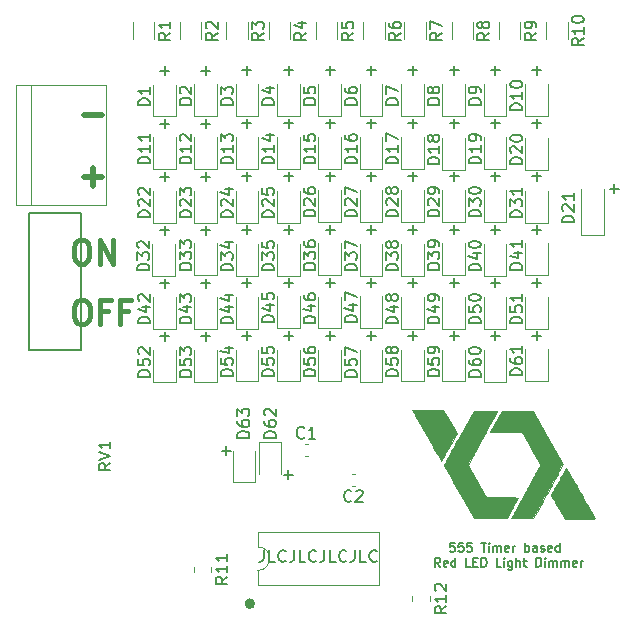
<source format=gbr>
G04 #@! TF.GenerationSoftware,KiCad,Pcbnew,(5.1.7)-1*
G04 #@! TF.CreationDate,2020-11-08T23:09:12+01:00*
G04 #@! TF.ProjectId,Red Power LED Board 50x50,52656420-506f-4776-9572-204c45442042,rev?*
G04 #@! TF.SameCoordinates,Original*
G04 #@! TF.FileFunction,Legend,Top*
G04 #@! TF.FilePolarity,Positive*
%FSLAX46Y46*%
G04 Gerber Fmt 4.6, Leading zero omitted, Abs format (unit mm)*
G04 Created by KiCad (PCBNEW (5.1.7)-1) date 2020-11-08 23:09:12*
%MOMM*%
%LPD*%
G01*
G04 APERTURE LIST*
%ADD10C,0.150000*%
%ADD11C,0.400000*%
%ADD12C,0.500000*%
%ADD13C,0.010000*%
%ADD14C,0.120000*%
%ADD15C,0.203200*%
G04 APERTURE END LIST*
D10*
X136346428Y-86851785D02*
X135989285Y-86851785D01*
X135953571Y-87208928D01*
X135989285Y-87173214D01*
X136060714Y-87137500D01*
X136239285Y-87137500D01*
X136310714Y-87173214D01*
X136346428Y-87208928D01*
X136382142Y-87280357D01*
X136382142Y-87458928D01*
X136346428Y-87530357D01*
X136310714Y-87566071D01*
X136239285Y-87601785D01*
X136060714Y-87601785D01*
X135989285Y-87566071D01*
X135953571Y-87530357D01*
X137060714Y-86851785D02*
X136703571Y-86851785D01*
X136667857Y-87208928D01*
X136703571Y-87173214D01*
X136775000Y-87137500D01*
X136953571Y-87137500D01*
X137025000Y-87173214D01*
X137060714Y-87208928D01*
X137096428Y-87280357D01*
X137096428Y-87458928D01*
X137060714Y-87530357D01*
X137025000Y-87566071D01*
X136953571Y-87601785D01*
X136775000Y-87601785D01*
X136703571Y-87566071D01*
X136667857Y-87530357D01*
X137775000Y-86851785D02*
X137417857Y-86851785D01*
X137382142Y-87208928D01*
X137417857Y-87173214D01*
X137489285Y-87137500D01*
X137667857Y-87137500D01*
X137739285Y-87173214D01*
X137775000Y-87208928D01*
X137810714Y-87280357D01*
X137810714Y-87458928D01*
X137775000Y-87530357D01*
X137739285Y-87566071D01*
X137667857Y-87601785D01*
X137489285Y-87601785D01*
X137417857Y-87566071D01*
X137382142Y-87530357D01*
X138596428Y-86851785D02*
X139025000Y-86851785D01*
X138810714Y-87601785D02*
X138810714Y-86851785D01*
X139275000Y-87601785D02*
X139275000Y-87101785D01*
X139275000Y-86851785D02*
X139239285Y-86887500D01*
X139275000Y-86923214D01*
X139310714Y-86887500D01*
X139275000Y-86851785D01*
X139275000Y-86923214D01*
X139632142Y-87601785D02*
X139632142Y-87101785D01*
X139632142Y-87173214D02*
X139667857Y-87137500D01*
X139739285Y-87101785D01*
X139846428Y-87101785D01*
X139917857Y-87137500D01*
X139953571Y-87208928D01*
X139953571Y-87601785D01*
X139953571Y-87208928D02*
X139989285Y-87137500D01*
X140060714Y-87101785D01*
X140167857Y-87101785D01*
X140239285Y-87137500D01*
X140275000Y-87208928D01*
X140275000Y-87601785D01*
X140917857Y-87566071D02*
X140846428Y-87601785D01*
X140703571Y-87601785D01*
X140632142Y-87566071D01*
X140596428Y-87494642D01*
X140596428Y-87208928D01*
X140632142Y-87137500D01*
X140703571Y-87101785D01*
X140846428Y-87101785D01*
X140917857Y-87137500D01*
X140953571Y-87208928D01*
X140953571Y-87280357D01*
X140596428Y-87351785D01*
X141275000Y-87601785D02*
X141275000Y-87101785D01*
X141275000Y-87244642D02*
X141310714Y-87173214D01*
X141346428Y-87137500D01*
X141417857Y-87101785D01*
X141489285Y-87101785D01*
X142310714Y-87601785D02*
X142310714Y-86851785D01*
X142310714Y-87137500D02*
X142382142Y-87101785D01*
X142525000Y-87101785D01*
X142596428Y-87137500D01*
X142632142Y-87173214D01*
X142667857Y-87244642D01*
X142667857Y-87458928D01*
X142632142Y-87530357D01*
X142596428Y-87566071D01*
X142525000Y-87601785D01*
X142382142Y-87601785D01*
X142310714Y-87566071D01*
X143310714Y-87601785D02*
X143310714Y-87208928D01*
X143275000Y-87137500D01*
X143203571Y-87101785D01*
X143060714Y-87101785D01*
X142989285Y-87137500D01*
X143310714Y-87566071D02*
X143239285Y-87601785D01*
X143060714Y-87601785D01*
X142989285Y-87566071D01*
X142953571Y-87494642D01*
X142953571Y-87423214D01*
X142989285Y-87351785D01*
X143060714Y-87316071D01*
X143239285Y-87316071D01*
X143310714Y-87280357D01*
X143632142Y-87566071D02*
X143703571Y-87601785D01*
X143846428Y-87601785D01*
X143917857Y-87566071D01*
X143953571Y-87494642D01*
X143953571Y-87458928D01*
X143917857Y-87387500D01*
X143846428Y-87351785D01*
X143739285Y-87351785D01*
X143667857Y-87316071D01*
X143632142Y-87244642D01*
X143632142Y-87208928D01*
X143667857Y-87137500D01*
X143739285Y-87101785D01*
X143846428Y-87101785D01*
X143917857Y-87137500D01*
X144560714Y-87566071D02*
X144489285Y-87601785D01*
X144346428Y-87601785D01*
X144275000Y-87566071D01*
X144239285Y-87494642D01*
X144239285Y-87208928D01*
X144275000Y-87137500D01*
X144346428Y-87101785D01*
X144489285Y-87101785D01*
X144560714Y-87137500D01*
X144596428Y-87208928D01*
X144596428Y-87280357D01*
X144239285Y-87351785D01*
X145239285Y-87601785D02*
X145239285Y-86851785D01*
X145239285Y-87566071D02*
X145167857Y-87601785D01*
X145025000Y-87601785D01*
X144953571Y-87566071D01*
X144917857Y-87530357D01*
X144882142Y-87458928D01*
X144882142Y-87244642D01*
X144917857Y-87173214D01*
X144953571Y-87137500D01*
X145025000Y-87101785D01*
X145167857Y-87101785D01*
X145239285Y-87137500D01*
X135114285Y-88876785D02*
X134864285Y-88519642D01*
X134685714Y-88876785D02*
X134685714Y-88126785D01*
X134971428Y-88126785D01*
X135042857Y-88162500D01*
X135078571Y-88198214D01*
X135114285Y-88269642D01*
X135114285Y-88376785D01*
X135078571Y-88448214D01*
X135042857Y-88483928D01*
X134971428Y-88519642D01*
X134685714Y-88519642D01*
X135721428Y-88841071D02*
X135650000Y-88876785D01*
X135507142Y-88876785D01*
X135435714Y-88841071D01*
X135400000Y-88769642D01*
X135400000Y-88483928D01*
X135435714Y-88412500D01*
X135507142Y-88376785D01*
X135650000Y-88376785D01*
X135721428Y-88412500D01*
X135757142Y-88483928D01*
X135757142Y-88555357D01*
X135400000Y-88626785D01*
X136400000Y-88876785D02*
X136400000Y-88126785D01*
X136400000Y-88841071D02*
X136328571Y-88876785D01*
X136185714Y-88876785D01*
X136114285Y-88841071D01*
X136078571Y-88805357D01*
X136042857Y-88733928D01*
X136042857Y-88519642D01*
X136078571Y-88448214D01*
X136114285Y-88412500D01*
X136185714Y-88376785D01*
X136328571Y-88376785D01*
X136400000Y-88412500D01*
X137685714Y-88876785D02*
X137328571Y-88876785D01*
X137328571Y-88126785D01*
X137935714Y-88483928D02*
X138185714Y-88483928D01*
X138292857Y-88876785D02*
X137935714Y-88876785D01*
X137935714Y-88126785D01*
X138292857Y-88126785D01*
X138614285Y-88876785D02*
X138614285Y-88126785D01*
X138792857Y-88126785D01*
X138900000Y-88162500D01*
X138971428Y-88233928D01*
X139007142Y-88305357D01*
X139042857Y-88448214D01*
X139042857Y-88555357D01*
X139007142Y-88698214D01*
X138971428Y-88769642D01*
X138900000Y-88841071D01*
X138792857Y-88876785D01*
X138614285Y-88876785D01*
X140292857Y-88876785D02*
X139935714Y-88876785D01*
X139935714Y-88126785D01*
X140542857Y-88876785D02*
X140542857Y-88376785D01*
X140542857Y-88126785D02*
X140507142Y-88162500D01*
X140542857Y-88198214D01*
X140578571Y-88162500D01*
X140542857Y-88126785D01*
X140542857Y-88198214D01*
X141221428Y-88376785D02*
X141221428Y-88983928D01*
X141185714Y-89055357D01*
X141150000Y-89091071D01*
X141078571Y-89126785D01*
X140971428Y-89126785D01*
X140900000Y-89091071D01*
X141221428Y-88841071D02*
X141150000Y-88876785D01*
X141007142Y-88876785D01*
X140935714Y-88841071D01*
X140900000Y-88805357D01*
X140864285Y-88733928D01*
X140864285Y-88519642D01*
X140900000Y-88448214D01*
X140935714Y-88412500D01*
X141007142Y-88376785D01*
X141150000Y-88376785D01*
X141221428Y-88412500D01*
X141578571Y-88876785D02*
X141578571Y-88126785D01*
X141900000Y-88876785D02*
X141900000Y-88483928D01*
X141864285Y-88412500D01*
X141792857Y-88376785D01*
X141685714Y-88376785D01*
X141614285Y-88412500D01*
X141578571Y-88448214D01*
X142150000Y-88376785D02*
X142435714Y-88376785D01*
X142257142Y-88126785D02*
X142257142Y-88769642D01*
X142292857Y-88841071D01*
X142364285Y-88876785D01*
X142435714Y-88876785D01*
X143257142Y-88876785D02*
X143257142Y-88126785D01*
X143435714Y-88126785D01*
X143542857Y-88162500D01*
X143614285Y-88233928D01*
X143650000Y-88305357D01*
X143685714Y-88448214D01*
X143685714Y-88555357D01*
X143650000Y-88698214D01*
X143614285Y-88769642D01*
X143542857Y-88841071D01*
X143435714Y-88876785D01*
X143257142Y-88876785D01*
X144007142Y-88876785D02*
X144007142Y-88376785D01*
X144007142Y-88126785D02*
X143971428Y-88162500D01*
X144007142Y-88198214D01*
X144042857Y-88162500D01*
X144007142Y-88126785D01*
X144007142Y-88198214D01*
X144364285Y-88876785D02*
X144364285Y-88376785D01*
X144364285Y-88448214D02*
X144400000Y-88412500D01*
X144471428Y-88376785D01*
X144578571Y-88376785D01*
X144650000Y-88412500D01*
X144685714Y-88483928D01*
X144685714Y-88876785D01*
X144685714Y-88483928D02*
X144721428Y-88412500D01*
X144792857Y-88376785D01*
X144900000Y-88376785D01*
X144971428Y-88412500D01*
X145007142Y-88483928D01*
X145007142Y-88876785D01*
X145364285Y-88876785D02*
X145364285Y-88376785D01*
X145364285Y-88448214D02*
X145400000Y-88412500D01*
X145471428Y-88376785D01*
X145578571Y-88376785D01*
X145650000Y-88412500D01*
X145685714Y-88483928D01*
X145685714Y-88876785D01*
X145685714Y-88483928D02*
X145721428Y-88412500D01*
X145792857Y-88376785D01*
X145900000Y-88376785D01*
X145971428Y-88412500D01*
X146007142Y-88483928D01*
X146007142Y-88876785D01*
X146650000Y-88841071D02*
X146578571Y-88876785D01*
X146435714Y-88876785D01*
X146364285Y-88841071D01*
X146328571Y-88769642D01*
X146328571Y-88483928D01*
X146364285Y-88412500D01*
X146435714Y-88376785D01*
X146578571Y-88376785D01*
X146650000Y-88412500D01*
X146685714Y-88483928D01*
X146685714Y-88555357D01*
X146328571Y-88626785D01*
X147007142Y-88876785D02*
X147007142Y-88376785D01*
X147007142Y-88519642D02*
X147042857Y-88448214D01*
X147078571Y-88412500D01*
X147150000Y-88376785D01*
X147221428Y-88376785D01*
X142919047Y-69321428D02*
X143680952Y-69321428D01*
X143300000Y-69702380D02*
X143300000Y-68940476D01*
X139419047Y-69321428D02*
X140180952Y-69321428D01*
X139800000Y-69702380D02*
X139800000Y-68940476D01*
X135919047Y-69321428D02*
X136680952Y-69321428D01*
X136300000Y-69702380D02*
X136300000Y-68940476D01*
X132419047Y-69321428D02*
X133180952Y-69321428D01*
X132800000Y-69702380D02*
X132800000Y-68940476D01*
X121919047Y-69321428D02*
X122680952Y-69321428D01*
X122300000Y-69702380D02*
X122300000Y-68940476D01*
X128919047Y-69321428D02*
X129680952Y-69321428D01*
X129300000Y-69702380D02*
X129300000Y-68940476D01*
X125419047Y-69321428D02*
X126180952Y-69321428D01*
X125800000Y-69702380D02*
X125800000Y-68940476D01*
X118369047Y-69321428D02*
X119130952Y-69321428D01*
X118750000Y-69702380D02*
X118750000Y-68940476D01*
X114869047Y-69371428D02*
X115630952Y-69371428D01*
X115250000Y-69752380D02*
X115250000Y-68990476D01*
X111419047Y-69371428D02*
X112180952Y-69371428D01*
X111800000Y-69752380D02*
X111800000Y-68990476D01*
X142919047Y-64821428D02*
X143680952Y-64821428D01*
X143300000Y-65202380D02*
X143300000Y-64440476D01*
X139419047Y-64821428D02*
X140180952Y-64821428D01*
X139800000Y-65202380D02*
X139800000Y-64440476D01*
X135919047Y-64821428D02*
X136680952Y-64821428D01*
X136300000Y-65202380D02*
X136300000Y-64440476D01*
X132419047Y-64821428D02*
X133180952Y-64821428D01*
X132800000Y-65202380D02*
X132800000Y-64440476D01*
X121919047Y-64821428D02*
X122680952Y-64821428D01*
X122300000Y-65202380D02*
X122300000Y-64440476D01*
X128919047Y-64821428D02*
X129680952Y-64821428D01*
X129300000Y-65202380D02*
X129300000Y-64440476D01*
X125419047Y-64821428D02*
X126180952Y-64821428D01*
X125800000Y-65202380D02*
X125800000Y-64440476D01*
X118369047Y-64821428D02*
X119130952Y-64821428D01*
X118750000Y-65202380D02*
X118750000Y-64440476D01*
X114869047Y-64871428D02*
X115630952Y-64871428D01*
X115250000Y-65252380D02*
X115250000Y-64490476D01*
X111419047Y-64871428D02*
X112180952Y-64871428D01*
X111800000Y-65252380D02*
X111800000Y-64490476D01*
X142919047Y-60321428D02*
X143680952Y-60321428D01*
X143300000Y-60702380D02*
X143300000Y-59940476D01*
X139419047Y-60321428D02*
X140180952Y-60321428D01*
X139800000Y-60702380D02*
X139800000Y-59940476D01*
X135919047Y-60321428D02*
X136680952Y-60321428D01*
X136300000Y-60702380D02*
X136300000Y-59940476D01*
X132419047Y-60321428D02*
X133180952Y-60321428D01*
X132800000Y-60702380D02*
X132800000Y-59940476D01*
X121919047Y-60321428D02*
X122680952Y-60321428D01*
X122300000Y-60702380D02*
X122300000Y-59940476D01*
X128919047Y-60321428D02*
X129680952Y-60321428D01*
X129300000Y-60702380D02*
X129300000Y-59940476D01*
X125419047Y-60321428D02*
X126180952Y-60321428D01*
X125800000Y-60702380D02*
X125800000Y-59940476D01*
X118369047Y-60321428D02*
X119130952Y-60321428D01*
X118750000Y-60702380D02*
X118750000Y-59940476D01*
X114869047Y-60371428D02*
X115630952Y-60371428D01*
X115250000Y-60752380D02*
X115250000Y-59990476D01*
X111419047Y-60371428D02*
X112180952Y-60371428D01*
X111800000Y-60752380D02*
X111800000Y-59990476D01*
X142919047Y-55821428D02*
X143680952Y-55821428D01*
X143300000Y-56202380D02*
X143300000Y-55440476D01*
X139419047Y-55821428D02*
X140180952Y-55821428D01*
X139800000Y-56202380D02*
X139800000Y-55440476D01*
X135919047Y-55821428D02*
X136680952Y-55821428D01*
X136300000Y-56202380D02*
X136300000Y-55440476D01*
X132419047Y-55821428D02*
X133180952Y-55821428D01*
X132800000Y-56202380D02*
X132800000Y-55440476D01*
X121919047Y-55821428D02*
X122680952Y-55821428D01*
X122300000Y-56202380D02*
X122300000Y-55440476D01*
X128919047Y-55821428D02*
X129680952Y-55821428D01*
X129300000Y-56202380D02*
X129300000Y-55440476D01*
X125419047Y-55821428D02*
X126180952Y-55821428D01*
X125800000Y-56202380D02*
X125800000Y-55440476D01*
X118369047Y-55821428D02*
X119130952Y-55821428D01*
X118750000Y-56202380D02*
X118750000Y-55440476D01*
X114869047Y-55871428D02*
X115630952Y-55871428D01*
X115250000Y-56252380D02*
X115250000Y-55490476D01*
X111419047Y-55871428D02*
X112180952Y-55871428D01*
X111800000Y-56252380D02*
X111800000Y-55490476D01*
X142919047Y-51321428D02*
X143680952Y-51321428D01*
X143300000Y-51702380D02*
X143300000Y-50940476D01*
X139419047Y-51321428D02*
X140180952Y-51321428D01*
X139800000Y-51702380D02*
X139800000Y-50940476D01*
X135919047Y-51321428D02*
X136680952Y-51321428D01*
X136300000Y-51702380D02*
X136300000Y-50940476D01*
X132419047Y-51321428D02*
X133180952Y-51321428D01*
X132800000Y-51702380D02*
X132800000Y-50940476D01*
X121919047Y-51321428D02*
X122680952Y-51321428D01*
X122300000Y-51702380D02*
X122300000Y-50940476D01*
X128919047Y-51321428D02*
X129680952Y-51321428D01*
X129300000Y-51702380D02*
X129300000Y-50940476D01*
X125419047Y-51321428D02*
X126180952Y-51321428D01*
X125800000Y-51702380D02*
X125800000Y-50940476D01*
X118369047Y-51321428D02*
X119130952Y-51321428D01*
X118750000Y-51702380D02*
X118750000Y-50940476D01*
X114869047Y-51371428D02*
X115630952Y-51371428D01*
X115250000Y-51752380D02*
X115250000Y-50990476D01*
X111419047Y-51371428D02*
X112180952Y-51371428D01*
X111800000Y-51752380D02*
X111800000Y-50990476D01*
X142919047Y-46821428D02*
X143680952Y-46821428D01*
X143300000Y-47202380D02*
X143300000Y-46440476D01*
X139419047Y-46821428D02*
X140180952Y-46821428D01*
X139800000Y-47202380D02*
X139800000Y-46440476D01*
X135919047Y-46821428D02*
X136680952Y-46821428D01*
X136300000Y-47202380D02*
X136300000Y-46440476D01*
X132419047Y-46821428D02*
X133180952Y-46821428D01*
X132800000Y-47202380D02*
X132800000Y-46440476D01*
X128919047Y-46821428D02*
X129680952Y-46821428D01*
X129300000Y-47202380D02*
X129300000Y-46440476D01*
X125419047Y-46821428D02*
X126180952Y-46821428D01*
X125800000Y-47202380D02*
X125800000Y-46440476D01*
X121919047Y-46821428D02*
X122680952Y-46821428D01*
X122300000Y-47202380D02*
X122300000Y-46440476D01*
X118369047Y-46821428D02*
X119130952Y-46821428D01*
X118750000Y-47202380D02*
X118750000Y-46440476D01*
X114869047Y-46871428D02*
X115630952Y-46871428D01*
X115250000Y-47252380D02*
X115250000Y-46490476D01*
X111419047Y-46871428D02*
X112180952Y-46871428D01*
X111800000Y-47252380D02*
X111800000Y-46490476D01*
X149469047Y-56871428D02*
X150230952Y-56871428D01*
X149850000Y-57252380D02*
X149850000Y-56490476D01*
X120180952Y-87452380D02*
X120180952Y-88166666D01*
X120133333Y-88309523D01*
X120038095Y-88404761D01*
X119895238Y-88452380D01*
X119800000Y-88452380D01*
X121133333Y-88452380D02*
X120657142Y-88452380D01*
X120657142Y-87452380D01*
X122038095Y-88357142D02*
X121990476Y-88404761D01*
X121847619Y-88452380D01*
X121752380Y-88452380D01*
X121609523Y-88404761D01*
X121514285Y-88309523D01*
X121466666Y-88214285D01*
X121419047Y-88023809D01*
X121419047Y-87880952D01*
X121466666Y-87690476D01*
X121514285Y-87595238D01*
X121609523Y-87500000D01*
X121752380Y-87452380D01*
X121847619Y-87452380D01*
X121990476Y-87500000D01*
X122038095Y-87547619D01*
X122752380Y-87452380D02*
X122752380Y-88166666D01*
X122704761Y-88309523D01*
X122609523Y-88404761D01*
X122466666Y-88452380D01*
X122371428Y-88452380D01*
X123704761Y-88452380D02*
X123228571Y-88452380D01*
X123228571Y-87452380D01*
X124609523Y-88357142D02*
X124561904Y-88404761D01*
X124419047Y-88452380D01*
X124323809Y-88452380D01*
X124180952Y-88404761D01*
X124085714Y-88309523D01*
X124038095Y-88214285D01*
X123990476Y-88023809D01*
X123990476Y-87880952D01*
X124038095Y-87690476D01*
X124085714Y-87595238D01*
X124180952Y-87500000D01*
X124323809Y-87452380D01*
X124419047Y-87452380D01*
X124561904Y-87500000D01*
X124609523Y-87547619D01*
X125323809Y-87452380D02*
X125323809Y-88166666D01*
X125276190Y-88309523D01*
X125180952Y-88404761D01*
X125038095Y-88452380D01*
X124942857Y-88452380D01*
X126276190Y-88452380D02*
X125800000Y-88452380D01*
X125800000Y-87452380D01*
X127180952Y-88357142D02*
X127133333Y-88404761D01*
X126990476Y-88452380D01*
X126895238Y-88452380D01*
X126752380Y-88404761D01*
X126657142Y-88309523D01*
X126609523Y-88214285D01*
X126561904Y-88023809D01*
X126561904Y-87880952D01*
X126609523Y-87690476D01*
X126657142Y-87595238D01*
X126752380Y-87500000D01*
X126895238Y-87452380D01*
X126990476Y-87452380D01*
X127133333Y-87500000D01*
X127180952Y-87547619D01*
X127895238Y-87452380D02*
X127895238Y-88166666D01*
X127847619Y-88309523D01*
X127752380Y-88404761D01*
X127609523Y-88452380D01*
X127514285Y-88452380D01*
X128847619Y-88452380D02*
X128371428Y-88452380D01*
X128371428Y-87452380D01*
X129752380Y-88357142D02*
X129704761Y-88404761D01*
X129561904Y-88452380D01*
X129466666Y-88452380D01*
X129323809Y-88404761D01*
X129228571Y-88309523D01*
X129180952Y-88214285D01*
X129133333Y-88023809D01*
X129133333Y-87880952D01*
X129180952Y-87690476D01*
X129228571Y-87595238D01*
X129323809Y-87500000D01*
X129466666Y-87452380D01*
X129561904Y-87452380D01*
X129704761Y-87500000D01*
X129752380Y-87547619D01*
D11*
X104595238Y-66304761D02*
X104976190Y-66304761D01*
X105166666Y-66400000D01*
X105357142Y-66590476D01*
X105452380Y-66971428D01*
X105452380Y-67638095D01*
X105357142Y-68019047D01*
X105166666Y-68209523D01*
X104976190Y-68304761D01*
X104595238Y-68304761D01*
X104404761Y-68209523D01*
X104214285Y-68019047D01*
X104119047Y-67638095D01*
X104119047Y-66971428D01*
X104214285Y-66590476D01*
X104404761Y-66400000D01*
X104595238Y-66304761D01*
X106976190Y-67257142D02*
X106309523Y-67257142D01*
X106309523Y-68304761D02*
X106309523Y-66304761D01*
X107261904Y-66304761D01*
X108690476Y-67257142D02*
X108023809Y-67257142D01*
X108023809Y-68304761D02*
X108023809Y-66304761D01*
X108976190Y-66304761D01*
X104561904Y-61204761D02*
X104942857Y-61204761D01*
X105133333Y-61300000D01*
X105323809Y-61490476D01*
X105419047Y-61871428D01*
X105419047Y-62538095D01*
X105323809Y-62919047D01*
X105133333Y-63109523D01*
X104942857Y-63204761D01*
X104561904Y-63204761D01*
X104371428Y-63109523D01*
X104180952Y-62919047D01*
X104085714Y-62538095D01*
X104085714Y-61871428D01*
X104180952Y-61490476D01*
X104371428Y-61300000D01*
X104561904Y-61204761D01*
X106276190Y-63204761D02*
X106276190Y-61204761D01*
X107419047Y-63204761D01*
X107419047Y-61204761D01*
D12*
X104988095Y-50642857D02*
X106511904Y-50642857D01*
X104988095Y-55892857D02*
X106511904Y-55892857D01*
X105750000Y-56654761D02*
X105750000Y-55130952D01*
D10*
X116619047Y-79071428D02*
X117380952Y-79071428D01*
X117000000Y-79452380D02*
X117000000Y-78690476D01*
X121869047Y-81071428D02*
X122630952Y-81071428D01*
X122250000Y-81452380D02*
X122250000Y-80690476D01*
D12*
X119200000Y-92000000D02*
G75*
G03*
X119200000Y-92000000I-200000J0D01*
G01*
D13*
G36*
X145789382Y-80523926D02*
G01*
X145807953Y-80554877D01*
X145837589Y-80605330D01*
X145877552Y-80673993D01*
X145927104Y-80759570D01*
X145985509Y-80860770D01*
X146052026Y-80976299D01*
X146125921Y-81104864D01*
X146206454Y-81245172D01*
X146292888Y-81395928D01*
X146384485Y-81555841D01*
X146480507Y-81723616D01*
X146580218Y-81897960D01*
X146682878Y-82077581D01*
X146787752Y-82261185D01*
X146894100Y-82447478D01*
X147001185Y-82635168D01*
X147108270Y-82822960D01*
X147214616Y-83009563D01*
X147319487Y-83193682D01*
X147422144Y-83374024D01*
X147521850Y-83549297D01*
X147617867Y-83718206D01*
X147709457Y-83879459D01*
X147795883Y-84031762D01*
X147876407Y-84173822D01*
X147950292Y-84304346D01*
X148016799Y-84422040D01*
X148075191Y-84525611D01*
X148124730Y-84613766D01*
X148164679Y-84685212D01*
X148194300Y-84738655D01*
X148212855Y-84772802D01*
X148219483Y-84785966D01*
X148207665Y-84787719D01*
X148171731Y-84789364D01*
X148112967Y-84790889D01*
X148032656Y-84792282D01*
X147932082Y-84793532D01*
X147812530Y-84794629D01*
X147675285Y-84795559D01*
X147521631Y-84796313D01*
X147352852Y-84796877D01*
X147170232Y-84797242D01*
X146975056Y-84797395D01*
X146935646Y-84797400D01*
X145647577Y-84797400D01*
X145633787Y-84767134D01*
X145626114Y-84753384D01*
X145606699Y-84719672D01*
X145576674Y-84667929D01*
X145537173Y-84600087D01*
X145489327Y-84518079D01*
X145434270Y-84423835D01*
X145373135Y-84319290D01*
X145307055Y-84206373D01*
X145237163Y-84087018D01*
X145164591Y-83963156D01*
X145090472Y-83836720D01*
X145015940Y-83709641D01*
X144942127Y-83583852D01*
X144870166Y-83461284D01*
X144801190Y-83343870D01*
X144736332Y-83233541D01*
X144676725Y-83132230D01*
X144623501Y-83041868D01*
X144577795Y-82964388D01*
X144540737Y-82901721D01*
X144513462Y-82855800D01*
X144497102Y-82828557D01*
X144495738Y-82826328D01*
X144490584Y-82805989D01*
X144498891Y-82777399D01*
X144512800Y-82750128D01*
X144535517Y-82709508D01*
X144568319Y-82651183D01*
X144610187Y-82576946D01*
X144660102Y-82488593D01*
X144717044Y-82387917D01*
X144779995Y-82276714D01*
X144847937Y-82156778D01*
X144919849Y-82029902D01*
X144994714Y-81897883D01*
X145071512Y-81762513D01*
X145149225Y-81625588D01*
X145226833Y-81488901D01*
X145303318Y-81354248D01*
X145377660Y-81223423D01*
X145448842Y-81098220D01*
X145515844Y-80980433D01*
X145577647Y-80871858D01*
X145633232Y-80774288D01*
X145681581Y-80689518D01*
X145721674Y-80619342D01*
X145752492Y-80565555D01*
X145773018Y-80529952D01*
X145782231Y-80514326D01*
X145782613Y-80513770D01*
X145789382Y-80523926D01*
G37*
X145789382Y-80523926D02*
X145807953Y-80554877D01*
X145837589Y-80605330D01*
X145877552Y-80673993D01*
X145927104Y-80759570D01*
X145985509Y-80860770D01*
X146052026Y-80976299D01*
X146125921Y-81104864D01*
X146206454Y-81245172D01*
X146292888Y-81395928D01*
X146384485Y-81555841D01*
X146480507Y-81723616D01*
X146580218Y-81897960D01*
X146682878Y-82077581D01*
X146787752Y-82261185D01*
X146894100Y-82447478D01*
X147001185Y-82635168D01*
X147108270Y-82822960D01*
X147214616Y-83009563D01*
X147319487Y-83193682D01*
X147422144Y-83374024D01*
X147521850Y-83549297D01*
X147617867Y-83718206D01*
X147709457Y-83879459D01*
X147795883Y-84031762D01*
X147876407Y-84173822D01*
X147950292Y-84304346D01*
X148016799Y-84422040D01*
X148075191Y-84525611D01*
X148124730Y-84613766D01*
X148164679Y-84685212D01*
X148194300Y-84738655D01*
X148212855Y-84772802D01*
X148219483Y-84785966D01*
X148207665Y-84787719D01*
X148171731Y-84789364D01*
X148112967Y-84790889D01*
X148032656Y-84792282D01*
X147932082Y-84793532D01*
X147812530Y-84794629D01*
X147675285Y-84795559D01*
X147521631Y-84796313D01*
X147352852Y-84796877D01*
X147170232Y-84797242D01*
X146975056Y-84797395D01*
X146935646Y-84797400D01*
X145647577Y-84797400D01*
X145633787Y-84767134D01*
X145626114Y-84753384D01*
X145606699Y-84719672D01*
X145576674Y-84667929D01*
X145537173Y-84600087D01*
X145489327Y-84518079D01*
X145434270Y-84423835D01*
X145373135Y-84319290D01*
X145307055Y-84206373D01*
X145237163Y-84087018D01*
X145164591Y-83963156D01*
X145090472Y-83836720D01*
X145015940Y-83709641D01*
X144942127Y-83583852D01*
X144870166Y-83461284D01*
X144801190Y-83343870D01*
X144736332Y-83233541D01*
X144676725Y-83132230D01*
X144623501Y-83041868D01*
X144577795Y-82964388D01*
X144540737Y-82901721D01*
X144513462Y-82855800D01*
X144497102Y-82828557D01*
X144495738Y-82826328D01*
X144490584Y-82805989D01*
X144498891Y-82777399D01*
X144512800Y-82750128D01*
X144535517Y-82709508D01*
X144568319Y-82651183D01*
X144610187Y-82576946D01*
X144660102Y-82488593D01*
X144717044Y-82387917D01*
X144779995Y-82276714D01*
X144847937Y-82156778D01*
X144919849Y-82029902D01*
X144994714Y-81897883D01*
X145071512Y-81762513D01*
X145149225Y-81625588D01*
X145226833Y-81488901D01*
X145303318Y-81354248D01*
X145377660Y-81223423D01*
X145448842Y-81098220D01*
X145515844Y-80980433D01*
X145577647Y-80871858D01*
X145633232Y-80774288D01*
X145681581Y-80689518D01*
X145721674Y-80619342D01*
X145752492Y-80565555D01*
X145773018Y-80529952D01*
X145782231Y-80514326D01*
X145782613Y-80513770D01*
X145789382Y-80523926D01*
G36*
X139939524Y-75732775D02*
G01*
X139931210Y-75747935D01*
X139911497Y-75783673D01*
X139881292Y-75838346D01*
X139841504Y-75910311D01*
X139793042Y-75997928D01*
X139736814Y-76099554D01*
X139673729Y-76213547D01*
X139604694Y-76338266D01*
X139530618Y-76472068D01*
X139452410Y-76613312D01*
X139379151Y-76745600D01*
X139293110Y-76900959D01*
X139206866Y-77056689D01*
X139121732Y-77210417D01*
X139039023Y-77359770D01*
X138960053Y-77502374D01*
X138886136Y-77635856D01*
X138818586Y-77757844D01*
X138758718Y-77865963D01*
X138707845Y-77957842D01*
X138667282Y-78031107D01*
X138650718Y-78061028D01*
X138604142Y-78145732D01*
X138561579Y-78224229D01*
X138524614Y-78293504D01*
X138494835Y-78350546D01*
X138473828Y-78392342D01*
X138463178Y-78415879D01*
X138462247Y-78418895D01*
X138455401Y-78433921D01*
X138437112Y-78469413D01*
X138408314Y-78523656D01*
X138369941Y-78594939D01*
X138322928Y-78681546D01*
X138268210Y-78781763D01*
X138206720Y-78893877D01*
X138139393Y-79016175D01*
X138067164Y-79146941D01*
X137990967Y-79284462D01*
X137956994Y-79345644D01*
X137456880Y-80245702D01*
X138990836Y-83006700D01*
X140349726Y-83006700D01*
X140533086Y-83006795D01*
X140709089Y-83007074D01*
X140876098Y-83007522D01*
X141032477Y-83008129D01*
X141176589Y-83008880D01*
X141306797Y-83009763D01*
X141421464Y-83010766D01*
X141518953Y-83011876D01*
X141597626Y-83013081D01*
X141655848Y-83014367D01*
X141691982Y-83015722D01*
X141704389Y-83017133D01*
X141704383Y-83017166D01*
X141697801Y-83029721D01*
X141680029Y-83062889D01*
X141651994Y-83114958D01*
X141614620Y-83184217D01*
X141568833Y-83268953D01*
X141515558Y-83367455D01*
X141455722Y-83478012D01*
X141390248Y-83598911D01*
X141320064Y-83728441D01*
X141246094Y-83864891D01*
X141223900Y-83905820D01*
X140747650Y-84784006D01*
X137940950Y-84784224D01*
X136684708Y-82521942D01*
X136561126Y-82299318D01*
X136440866Y-82082534D01*
X136324508Y-81872642D01*
X136212632Y-81670690D01*
X136105815Y-81477731D01*
X136004639Y-81294813D01*
X135909681Y-81122987D01*
X135821522Y-80963303D01*
X135740740Y-80816812D01*
X135667915Y-80684562D01*
X135603625Y-80567606D01*
X135548451Y-80466992D01*
X135502972Y-80383770D01*
X135467766Y-80318992D01*
X135443414Y-80273708D01*
X135430493Y-80248966D01*
X135428466Y-80244450D01*
X135434542Y-80232011D01*
X135452384Y-80198425D01*
X135481412Y-80144741D01*
X135521048Y-80072009D01*
X135570711Y-79981280D01*
X135629824Y-79873604D01*
X135697806Y-79750030D01*
X135774078Y-79611609D01*
X135858061Y-79459392D01*
X135949175Y-79294428D01*
X136046842Y-79117767D01*
X136150483Y-78930460D01*
X136259517Y-78733557D01*
X136373365Y-78528109D01*
X136491449Y-78315164D01*
X136613190Y-78095774D01*
X136684708Y-77966957D01*
X137940950Y-75704675D01*
X138947871Y-75704437D01*
X139954793Y-75704200D01*
X139939524Y-75732775D01*
G37*
X139939524Y-75732775D02*
X139931210Y-75747935D01*
X139911497Y-75783673D01*
X139881292Y-75838346D01*
X139841504Y-75910311D01*
X139793042Y-75997928D01*
X139736814Y-76099554D01*
X139673729Y-76213547D01*
X139604694Y-76338266D01*
X139530618Y-76472068D01*
X139452410Y-76613312D01*
X139379151Y-76745600D01*
X139293110Y-76900959D01*
X139206866Y-77056689D01*
X139121732Y-77210417D01*
X139039023Y-77359770D01*
X138960053Y-77502374D01*
X138886136Y-77635856D01*
X138818586Y-77757844D01*
X138758718Y-77865963D01*
X138707845Y-77957842D01*
X138667282Y-78031107D01*
X138650718Y-78061028D01*
X138604142Y-78145732D01*
X138561579Y-78224229D01*
X138524614Y-78293504D01*
X138494835Y-78350546D01*
X138473828Y-78392342D01*
X138463178Y-78415879D01*
X138462247Y-78418895D01*
X138455401Y-78433921D01*
X138437112Y-78469413D01*
X138408314Y-78523656D01*
X138369941Y-78594939D01*
X138322928Y-78681546D01*
X138268210Y-78781763D01*
X138206720Y-78893877D01*
X138139393Y-79016175D01*
X138067164Y-79146941D01*
X137990967Y-79284462D01*
X137956994Y-79345644D01*
X137456880Y-80245702D01*
X138990836Y-83006700D01*
X140349726Y-83006700D01*
X140533086Y-83006795D01*
X140709089Y-83007074D01*
X140876098Y-83007522D01*
X141032477Y-83008129D01*
X141176589Y-83008880D01*
X141306797Y-83009763D01*
X141421464Y-83010766D01*
X141518953Y-83011876D01*
X141597626Y-83013081D01*
X141655848Y-83014367D01*
X141691982Y-83015722D01*
X141704389Y-83017133D01*
X141704383Y-83017166D01*
X141697801Y-83029721D01*
X141680029Y-83062889D01*
X141651994Y-83114958D01*
X141614620Y-83184217D01*
X141568833Y-83268953D01*
X141515558Y-83367455D01*
X141455722Y-83478012D01*
X141390248Y-83598911D01*
X141320064Y-83728441D01*
X141246094Y-83864891D01*
X141223900Y-83905820D01*
X140747650Y-84784006D01*
X137940950Y-84784224D01*
X136684708Y-82521942D01*
X136561126Y-82299318D01*
X136440866Y-82082534D01*
X136324508Y-81872642D01*
X136212632Y-81670690D01*
X136105815Y-81477731D01*
X136004639Y-81294813D01*
X135909681Y-81122987D01*
X135821522Y-80963303D01*
X135740740Y-80816812D01*
X135667915Y-80684562D01*
X135603625Y-80567606D01*
X135548451Y-80466992D01*
X135502972Y-80383770D01*
X135467766Y-80318992D01*
X135443414Y-80273708D01*
X135430493Y-80248966D01*
X135428466Y-80244450D01*
X135434542Y-80232011D01*
X135452384Y-80198425D01*
X135481412Y-80144741D01*
X135521048Y-80072009D01*
X135570711Y-79981280D01*
X135629824Y-79873604D01*
X135697806Y-79750030D01*
X135774078Y-79611609D01*
X135858061Y-79459392D01*
X135949175Y-79294428D01*
X136046842Y-79117767D01*
X136150483Y-78930460D01*
X136259517Y-78733557D01*
X136373365Y-78528109D01*
X136491449Y-78315164D01*
X136613190Y-78095774D01*
X136684708Y-77966957D01*
X137940950Y-75704675D01*
X138947871Y-75704437D01*
X139954793Y-75704200D01*
X139939524Y-75732775D01*
G36*
X144249730Y-77958205D02*
G01*
X145502956Y-80212211D01*
X145273359Y-80634730D01*
X145208334Y-80754502D01*
X145135495Y-80888851D01*
X145058588Y-81030856D01*
X144981361Y-81173592D01*
X144907561Y-81310137D01*
X144840934Y-81433568D01*
X144821291Y-81470000D01*
X144700942Y-81692916D01*
X144581159Y-81914022D01*
X144460506Y-82135932D01*
X144337549Y-82361260D01*
X144210853Y-82592621D01*
X144078984Y-82832630D01*
X143940508Y-83083901D01*
X143793989Y-83349048D01*
X143637994Y-83630687D01*
X143471088Y-83931432D01*
X143446844Y-83975075D01*
X142997033Y-84784700D01*
X142058111Y-84784700D01*
X141875544Y-84784623D01*
X141716944Y-84784378D01*
X141580882Y-84783939D01*
X141465924Y-84783281D01*
X141370639Y-84782382D01*
X141293597Y-84781214D01*
X141233365Y-84779755D01*
X141188512Y-84777980D01*
X141157606Y-84775864D01*
X141139217Y-84773383D01*
X141131911Y-84770511D01*
X141132043Y-84768825D01*
X141140350Y-84754919D01*
X141159854Y-84720249D01*
X141189690Y-84666402D01*
X141228999Y-84594970D01*
X141276916Y-84507543D01*
X141332581Y-84405710D01*
X141395131Y-84291061D01*
X141463704Y-84165186D01*
X141537439Y-84029676D01*
X141615472Y-83886121D01*
X141696943Y-83736109D01*
X141780988Y-83581233D01*
X141866746Y-83423080D01*
X141953355Y-83263242D01*
X142039952Y-83103309D01*
X142125677Y-82944870D01*
X142209666Y-82789515D01*
X142291057Y-82638835D01*
X142368989Y-82494419D01*
X142442599Y-82357858D01*
X142511026Y-82230741D01*
X142573407Y-82114659D01*
X142628880Y-82011201D01*
X142676583Y-81921957D01*
X142715655Y-81848518D01*
X142727788Y-81825600D01*
X142736649Y-81809380D01*
X142756798Y-81772835D01*
X142787193Y-81717845D01*
X142826792Y-81646291D01*
X142874554Y-81560053D01*
X142929436Y-81461013D01*
X142990397Y-81351051D01*
X143056395Y-81232049D01*
X143126387Y-81105887D01*
X143173422Y-81021130D01*
X143256487Y-80871414D01*
X143328023Y-80742288D01*
X143388848Y-80632143D01*
X143439781Y-80539372D01*
X143481638Y-80462366D01*
X143515239Y-80399519D01*
X143541401Y-80349222D01*
X143560943Y-80309868D01*
X143574682Y-80279848D01*
X143583436Y-80257556D01*
X143588024Y-80241382D01*
X143589264Y-80229719D01*
X143587973Y-80220960D01*
X143584970Y-80213497D01*
X143584663Y-80212873D01*
X143576341Y-80197414D01*
X143556444Y-80161155D01*
X143525746Y-80105494D01*
X143485021Y-80031824D01*
X143435044Y-79941544D01*
X143376588Y-79836049D01*
X143310429Y-79716735D01*
X143237339Y-79584999D01*
X143158093Y-79442236D01*
X143073466Y-79289844D01*
X142984230Y-79129217D01*
X142891162Y-78961753D01*
X142817818Y-78829824D01*
X142068586Y-77482313D01*
X140713400Y-77479081D01*
X139358214Y-77475850D01*
X140339716Y-75704200D01*
X141668109Y-75704199D01*
X142996503Y-75704199D01*
X144249730Y-77958205D01*
G37*
X144249730Y-77958205D02*
X145502956Y-80212211D01*
X145273359Y-80634730D01*
X145208334Y-80754502D01*
X145135495Y-80888851D01*
X145058588Y-81030856D01*
X144981361Y-81173592D01*
X144907561Y-81310137D01*
X144840934Y-81433568D01*
X144821291Y-81470000D01*
X144700942Y-81692916D01*
X144581159Y-81914022D01*
X144460506Y-82135932D01*
X144337549Y-82361260D01*
X144210853Y-82592621D01*
X144078984Y-82832630D01*
X143940508Y-83083901D01*
X143793989Y-83349048D01*
X143637994Y-83630687D01*
X143471088Y-83931432D01*
X143446844Y-83975075D01*
X142997033Y-84784700D01*
X142058111Y-84784700D01*
X141875544Y-84784623D01*
X141716944Y-84784378D01*
X141580882Y-84783939D01*
X141465924Y-84783281D01*
X141370639Y-84782382D01*
X141293597Y-84781214D01*
X141233365Y-84779755D01*
X141188512Y-84777980D01*
X141157606Y-84775864D01*
X141139217Y-84773383D01*
X141131911Y-84770511D01*
X141132043Y-84768825D01*
X141140350Y-84754919D01*
X141159854Y-84720249D01*
X141189690Y-84666402D01*
X141228999Y-84594970D01*
X141276916Y-84507543D01*
X141332581Y-84405710D01*
X141395131Y-84291061D01*
X141463704Y-84165186D01*
X141537439Y-84029676D01*
X141615472Y-83886121D01*
X141696943Y-83736109D01*
X141780988Y-83581233D01*
X141866746Y-83423080D01*
X141953355Y-83263242D01*
X142039952Y-83103309D01*
X142125677Y-82944870D01*
X142209666Y-82789515D01*
X142291057Y-82638835D01*
X142368989Y-82494419D01*
X142442599Y-82357858D01*
X142511026Y-82230741D01*
X142573407Y-82114659D01*
X142628880Y-82011201D01*
X142676583Y-81921957D01*
X142715655Y-81848518D01*
X142727788Y-81825600D01*
X142736649Y-81809380D01*
X142756798Y-81772835D01*
X142787193Y-81717845D01*
X142826792Y-81646291D01*
X142874554Y-81560053D01*
X142929436Y-81461013D01*
X142990397Y-81351051D01*
X143056395Y-81232049D01*
X143126387Y-81105887D01*
X143173422Y-81021130D01*
X143256487Y-80871414D01*
X143328023Y-80742288D01*
X143388848Y-80632143D01*
X143439781Y-80539372D01*
X143481638Y-80462366D01*
X143515239Y-80399519D01*
X143541401Y-80349222D01*
X143560943Y-80309868D01*
X143574682Y-80279848D01*
X143583436Y-80257556D01*
X143588024Y-80241382D01*
X143589264Y-80229719D01*
X143587973Y-80220960D01*
X143584970Y-80213497D01*
X143584663Y-80212873D01*
X143576341Y-80197414D01*
X143556444Y-80161155D01*
X143525746Y-80105494D01*
X143485021Y-80031824D01*
X143435044Y-79941544D01*
X143376588Y-79836049D01*
X143310429Y-79716735D01*
X143237339Y-79584999D01*
X143158093Y-79442236D01*
X143073466Y-79289844D01*
X142984230Y-79129217D01*
X142891162Y-78961753D01*
X142817818Y-78829824D01*
X142068586Y-77482313D01*
X140713400Y-77479081D01*
X139358214Y-77475850D01*
X140339716Y-75704200D01*
X141668109Y-75704199D01*
X142996503Y-75704199D01*
X144249730Y-77958205D01*
G36*
X135388250Y-75616724D02*
G01*
X135950445Y-76574644D01*
X136512640Y-77532565D01*
X136006336Y-78450357D01*
X135924605Y-78598551D01*
X135843527Y-78745628D01*
X135764361Y-78889301D01*
X135688367Y-79027283D01*
X135616803Y-79157286D01*
X135550928Y-79277023D01*
X135492001Y-79384205D01*
X135441280Y-79476547D01*
X135400025Y-79551759D01*
X135369493Y-79607555D01*
X135364057Y-79617517D01*
X135323816Y-79691005D01*
X135286907Y-79757823D01*
X135255305Y-79814441D01*
X135230985Y-79857331D01*
X135215923Y-79882966D01*
X135212741Y-79887864D01*
X135209395Y-79887864D01*
X135202955Y-79881921D01*
X135192922Y-79869174D01*
X135178798Y-79848766D01*
X135160085Y-79819838D01*
X135136285Y-79781531D01*
X135106899Y-79732986D01*
X135071428Y-79673345D01*
X135029376Y-79601750D01*
X134980243Y-79517341D01*
X134923532Y-79419261D01*
X134858743Y-79306650D01*
X134785379Y-79178650D01*
X134702942Y-79034402D01*
X134610933Y-78873048D01*
X134508854Y-78693729D01*
X134396206Y-78495587D01*
X134272492Y-78277762D01*
X134137213Y-78039397D01*
X134014123Y-77822396D01*
X133892786Y-77608440D01*
X133774527Y-77399901D01*
X133659978Y-77197897D01*
X133549775Y-77003545D01*
X133444551Y-76817963D01*
X133344939Y-76642270D01*
X133251573Y-76477584D01*
X133165088Y-76325023D01*
X133086116Y-76185704D01*
X133015292Y-76060746D01*
X132953250Y-75951266D01*
X132900622Y-75858383D01*
X132858044Y-75783215D01*
X132826148Y-75726880D01*
X132805568Y-75690496D01*
X132797187Y-75675625D01*
X132763528Y-75615300D01*
X135388250Y-75616724D01*
G37*
X135388250Y-75616724D02*
X135950445Y-76574644D01*
X136512640Y-77532565D01*
X136006336Y-78450357D01*
X135924605Y-78598551D01*
X135843527Y-78745628D01*
X135764361Y-78889301D01*
X135688367Y-79027283D01*
X135616803Y-79157286D01*
X135550928Y-79277023D01*
X135492001Y-79384205D01*
X135441280Y-79476547D01*
X135400025Y-79551759D01*
X135369493Y-79607555D01*
X135364057Y-79617517D01*
X135323816Y-79691005D01*
X135286907Y-79757823D01*
X135255305Y-79814441D01*
X135230985Y-79857331D01*
X135215923Y-79882966D01*
X135212741Y-79887864D01*
X135209395Y-79887864D01*
X135202955Y-79881921D01*
X135192922Y-79869174D01*
X135178798Y-79848766D01*
X135160085Y-79819838D01*
X135136285Y-79781531D01*
X135106899Y-79732986D01*
X135071428Y-79673345D01*
X135029376Y-79601750D01*
X134980243Y-79517341D01*
X134923532Y-79419261D01*
X134858743Y-79306650D01*
X134785379Y-79178650D01*
X134702942Y-79034402D01*
X134610933Y-78873048D01*
X134508854Y-78693729D01*
X134396206Y-78495587D01*
X134272492Y-78277762D01*
X134137213Y-78039397D01*
X134014123Y-77822396D01*
X133892786Y-77608440D01*
X133774527Y-77399901D01*
X133659978Y-77197897D01*
X133549775Y-77003545D01*
X133444551Y-76817963D01*
X133344939Y-76642270D01*
X133251573Y-76477584D01*
X133165088Y-76325023D01*
X133086116Y-76185704D01*
X133015292Y-76060746D01*
X132953250Y-75951266D01*
X132900622Y-75858383D01*
X132858044Y-75783215D01*
X132826148Y-75726880D01*
X132805568Y-75690496D01*
X132797187Y-75675625D01*
X132763528Y-75615300D01*
X135388250Y-75616724D01*
D14*
X123634420Y-78490000D02*
X123915580Y-78490000D01*
X123634420Y-79510000D02*
X123915580Y-79510000D01*
X127915580Y-80990000D02*
X127634420Y-80990000D01*
X127915580Y-82010000D02*
X127634420Y-82010000D01*
X110790000Y-48062500D02*
X110790000Y-50747500D01*
X110790000Y-50747500D02*
X112710000Y-50747500D01*
X112710000Y-50747500D02*
X112710000Y-48062500D01*
X116210000Y-50685000D02*
X116210000Y-48000000D01*
X114290000Y-50685000D02*
X116210000Y-50685000D01*
X114290000Y-48000000D02*
X114290000Y-50685000D01*
X117790000Y-48000000D02*
X117790000Y-50685000D01*
X117790000Y-50685000D02*
X119710000Y-50685000D01*
X119710000Y-50685000D02*
X119710000Y-48000000D01*
X123210000Y-50685000D02*
X123210000Y-48000000D01*
X121290000Y-50685000D02*
X123210000Y-50685000D01*
X121290000Y-48000000D02*
X121290000Y-50685000D01*
X124790000Y-48000000D02*
X124790000Y-50685000D01*
X124790000Y-50685000D02*
X126710000Y-50685000D01*
X126710000Y-50685000D02*
X126710000Y-48000000D01*
X130210000Y-50685000D02*
X130210000Y-48000000D01*
X128290000Y-50685000D02*
X130210000Y-50685000D01*
X128290000Y-48000000D02*
X128290000Y-50685000D01*
X131790000Y-48000000D02*
X131790000Y-50685000D01*
X131790000Y-50685000D02*
X133710000Y-50685000D01*
X133710000Y-50685000D02*
X133710000Y-48000000D01*
X135290000Y-48000000D02*
X135290000Y-50685000D01*
X135290000Y-50685000D02*
X137210000Y-50685000D01*
X137210000Y-50685000D02*
X137210000Y-48000000D01*
X140710000Y-50685000D02*
X140710000Y-48000000D01*
X138790000Y-50685000D02*
X140710000Y-50685000D01*
X138790000Y-48000000D02*
X138790000Y-50685000D01*
X144210000Y-50685000D02*
X144210000Y-48000000D01*
X142290000Y-50685000D02*
X144210000Y-50685000D01*
X142290000Y-48000000D02*
X142290000Y-50685000D01*
X112710000Y-55185000D02*
X112710000Y-52500000D01*
X110790000Y-55185000D02*
X112710000Y-55185000D01*
X110790000Y-52500000D02*
X110790000Y-55185000D01*
X114290000Y-52500000D02*
X114290000Y-55185000D01*
X114290000Y-55185000D02*
X116210000Y-55185000D01*
X116210000Y-55185000D02*
X116210000Y-52500000D01*
X117790000Y-52500000D02*
X117790000Y-55185000D01*
X117790000Y-55185000D02*
X119710000Y-55185000D01*
X119710000Y-55185000D02*
X119710000Y-52500000D01*
X123210000Y-55185000D02*
X123210000Y-52500000D01*
X121290000Y-55185000D02*
X123210000Y-55185000D01*
X121290000Y-52500000D02*
X121290000Y-55185000D01*
X124790000Y-52500000D02*
X124790000Y-55185000D01*
X124790000Y-55185000D02*
X126710000Y-55185000D01*
X126710000Y-55185000D02*
X126710000Y-52500000D01*
X128290000Y-52500000D02*
X128290000Y-55185000D01*
X128290000Y-55185000D02*
X130210000Y-55185000D01*
X130210000Y-55185000D02*
X130210000Y-52500000D01*
X131790000Y-52500000D02*
X131790000Y-55185000D01*
X131790000Y-55185000D02*
X133710000Y-55185000D01*
X133710000Y-55185000D02*
X133710000Y-52500000D01*
X135290000Y-52562500D02*
X135290000Y-55247500D01*
X135290000Y-55247500D02*
X137210000Y-55247500D01*
X137210000Y-55247500D02*
X137210000Y-52562500D01*
X138790000Y-52500000D02*
X138790000Y-55185000D01*
X138790000Y-55185000D02*
X140710000Y-55185000D01*
X140710000Y-55185000D02*
X140710000Y-52500000D01*
X144210000Y-55247500D02*
X144210000Y-52562500D01*
X142290000Y-55247500D02*
X144210000Y-55247500D01*
X142290000Y-52562500D02*
X142290000Y-55247500D01*
X147000000Y-60750000D02*
X147000000Y-56850000D01*
X149000000Y-60750000D02*
X149000000Y-56850000D01*
X147000000Y-60750000D02*
X149000000Y-60750000D01*
X110790000Y-57062500D02*
X110790000Y-59747500D01*
X110790000Y-59747500D02*
X112710000Y-59747500D01*
X112710000Y-59747500D02*
X112710000Y-57062500D01*
X114290000Y-57062500D02*
X114290000Y-59747500D01*
X114290000Y-59747500D02*
X116210000Y-59747500D01*
X116210000Y-59747500D02*
X116210000Y-57062500D01*
X119710000Y-59747500D02*
X119710000Y-57062500D01*
X117790000Y-59747500D02*
X119710000Y-59747500D01*
X117790000Y-57062500D02*
X117790000Y-59747500D01*
X121290000Y-57062500D02*
X121290000Y-59747500D01*
X121290000Y-59747500D02*
X123210000Y-59747500D01*
X123210000Y-59747500D02*
X123210000Y-57062500D01*
X126710000Y-59685000D02*
X126710000Y-57000000D01*
X124790000Y-59685000D02*
X126710000Y-59685000D01*
X124790000Y-57000000D02*
X124790000Y-59685000D01*
X130210000Y-59685000D02*
X130210000Y-57000000D01*
X128290000Y-59685000D02*
X130210000Y-59685000D01*
X128290000Y-57000000D02*
X128290000Y-59685000D01*
X133710000Y-59685000D02*
X133710000Y-57000000D01*
X131790000Y-59685000D02*
X133710000Y-59685000D01*
X131790000Y-57000000D02*
X131790000Y-59685000D01*
X137210000Y-59685000D02*
X137210000Y-57000000D01*
X135290000Y-59685000D02*
X137210000Y-59685000D01*
X135290000Y-57000000D02*
X135290000Y-59685000D01*
X140710000Y-59685000D02*
X140710000Y-57000000D01*
X138790000Y-59685000D02*
X140710000Y-59685000D01*
X138790000Y-57000000D02*
X138790000Y-59685000D01*
X142290000Y-57062500D02*
X142290000Y-59747500D01*
X142290000Y-59747500D02*
X144210000Y-59747500D01*
X144210000Y-59747500D02*
X144210000Y-57062500D01*
X110727500Y-61562500D02*
X110727500Y-64247500D01*
X110727500Y-64247500D02*
X112647500Y-64247500D01*
X112647500Y-64247500D02*
X112647500Y-61562500D01*
X116210000Y-64185000D02*
X116210000Y-61500000D01*
X114290000Y-64185000D02*
X116210000Y-64185000D01*
X114290000Y-61500000D02*
X114290000Y-64185000D01*
X117790000Y-61562500D02*
X117790000Y-64247500D01*
X117790000Y-64247500D02*
X119710000Y-64247500D01*
X119710000Y-64247500D02*
X119710000Y-61562500D01*
X123210000Y-64247500D02*
X123210000Y-61562500D01*
X121290000Y-64247500D02*
X123210000Y-64247500D01*
X121290000Y-61562500D02*
X121290000Y-64247500D01*
X124790000Y-61500000D02*
X124790000Y-64185000D01*
X124790000Y-64185000D02*
X126710000Y-64185000D01*
X126710000Y-64185000D02*
X126710000Y-61500000D01*
X128290000Y-61562500D02*
X128290000Y-64247500D01*
X128290000Y-64247500D02*
X130210000Y-64247500D01*
X130210000Y-64247500D02*
X130210000Y-61562500D01*
X131790000Y-61562500D02*
X131790000Y-64247500D01*
X131790000Y-64247500D02*
X133710000Y-64247500D01*
X133710000Y-64247500D02*
X133710000Y-61562500D01*
X135290000Y-61500000D02*
X135290000Y-64185000D01*
X135290000Y-64185000D02*
X137210000Y-64185000D01*
X137210000Y-64185000D02*
X137210000Y-61500000D01*
X138790000Y-61562500D02*
X138790000Y-64247500D01*
X138790000Y-64247500D02*
X140710000Y-64247500D01*
X140710000Y-64247500D02*
X140710000Y-61562500D01*
X144210000Y-64185000D02*
X144210000Y-61500000D01*
X142290000Y-64185000D02*
X144210000Y-64185000D01*
X142290000Y-61500000D02*
X142290000Y-64185000D01*
X110790000Y-66062500D02*
X110790000Y-68747500D01*
X110790000Y-68747500D02*
X112710000Y-68747500D01*
X112710000Y-68747500D02*
X112710000Y-66062500D01*
X116210000Y-68747500D02*
X116210000Y-66062500D01*
X114290000Y-68747500D02*
X116210000Y-68747500D01*
X114290000Y-66062500D02*
X114290000Y-68747500D01*
X119710000Y-68747500D02*
X119710000Y-66062500D01*
X117790000Y-68747500D02*
X119710000Y-68747500D01*
X117790000Y-66062500D02*
X117790000Y-68747500D01*
X121290000Y-65937500D02*
X121290000Y-68622500D01*
X121290000Y-68622500D02*
X123210000Y-68622500D01*
X123210000Y-68622500D02*
X123210000Y-65937500D01*
X126710000Y-68685000D02*
X126710000Y-66000000D01*
X124790000Y-68685000D02*
X126710000Y-68685000D01*
X124790000Y-66000000D02*
X124790000Y-68685000D01*
X128290000Y-65937500D02*
X128290000Y-68622500D01*
X128290000Y-68622500D02*
X130210000Y-68622500D01*
X130210000Y-68622500D02*
X130210000Y-65937500D01*
X133710000Y-68747500D02*
X133710000Y-66062500D01*
X131790000Y-68747500D02*
X133710000Y-68747500D01*
X131790000Y-66062500D02*
X131790000Y-68747500D01*
X137210000Y-68747500D02*
X137210000Y-66062500D01*
X135290000Y-68747500D02*
X137210000Y-68747500D01*
X135290000Y-66062500D02*
X135290000Y-68747500D01*
X140710000Y-68747500D02*
X140710000Y-66062500D01*
X138790000Y-68747500D02*
X140710000Y-68747500D01*
X138790000Y-66062500D02*
X138790000Y-68747500D01*
X142290000Y-66062500D02*
X142290000Y-68747500D01*
X142290000Y-68747500D02*
X144210000Y-68747500D01*
X144210000Y-68747500D02*
X144210000Y-66062500D01*
X112710000Y-73247500D02*
X112710000Y-70562500D01*
X110790000Y-73247500D02*
X112710000Y-73247500D01*
X110790000Y-70562500D02*
X110790000Y-73247500D01*
X116210000Y-73247500D02*
X116210000Y-70562500D01*
X114290000Y-73247500D02*
X116210000Y-73247500D01*
X114290000Y-70562500D02*
X114290000Y-73247500D01*
X119710000Y-73185000D02*
X119710000Y-70500000D01*
X117790000Y-73185000D02*
X119710000Y-73185000D01*
X117790000Y-70500000D02*
X117790000Y-73185000D01*
X123210000Y-73185000D02*
X123210000Y-70500000D01*
X121290000Y-73185000D02*
X123210000Y-73185000D01*
X121290000Y-70500000D02*
X121290000Y-73185000D01*
X124790000Y-70500000D02*
X124790000Y-73185000D01*
X124790000Y-73185000D02*
X126710000Y-73185000D01*
X126710000Y-73185000D02*
X126710000Y-70500000D01*
X130210000Y-73247500D02*
X130210000Y-70562500D01*
X128290000Y-73247500D02*
X130210000Y-73247500D01*
X128290000Y-70562500D02*
X128290000Y-73247500D01*
X133710000Y-73185000D02*
X133710000Y-70500000D01*
X131790000Y-73185000D02*
X133710000Y-73185000D01*
X131790000Y-70500000D02*
X131790000Y-73185000D01*
X135290000Y-70500000D02*
X135290000Y-73185000D01*
X135290000Y-73185000D02*
X137210000Y-73185000D01*
X137210000Y-73185000D02*
X137210000Y-70500000D01*
X138790000Y-70562500D02*
X138790000Y-73247500D01*
X138790000Y-73247500D02*
X140710000Y-73247500D01*
X140710000Y-73247500D02*
X140710000Y-70562500D01*
X144210000Y-73122500D02*
X144210000Y-70437500D01*
X142290000Y-73122500D02*
X144210000Y-73122500D01*
X142290000Y-70437500D02*
X142290000Y-73122500D01*
X121660000Y-81037500D02*
X121660000Y-78352500D01*
X121660000Y-78352500D02*
X119740000Y-78352500D01*
X119740000Y-78352500D02*
X119740000Y-81037500D01*
X119460000Y-81722500D02*
X119460000Y-79037500D01*
X117540000Y-81722500D02*
X119460000Y-81722500D01*
X117540000Y-79037500D02*
X117540000Y-81722500D01*
X99190000Y-48060000D02*
X99190000Y-58220000D01*
X106810000Y-48060000D02*
X99190000Y-48060000D01*
X106810000Y-58220000D02*
X106810000Y-48060000D01*
X99190000Y-58220000D02*
X106810000Y-58220000D01*
X100460000Y-58220000D02*
X100460000Y-48060000D01*
X109090000Y-42772936D02*
X109090000Y-44227064D01*
X110910000Y-42772936D02*
X110910000Y-44227064D01*
X114910000Y-42772936D02*
X114910000Y-44227064D01*
X113090000Y-42772936D02*
X113090000Y-44227064D01*
X116990000Y-42772936D02*
X116990000Y-44227064D01*
X118810000Y-42772936D02*
X118810000Y-44227064D01*
X122410000Y-42772936D02*
X122410000Y-44227064D01*
X120590000Y-42772936D02*
X120590000Y-44227064D01*
X124590000Y-42772936D02*
X124590000Y-44227064D01*
X126410000Y-42772936D02*
X126410000Y-44227064D01*
X130410000Y-42772936D02*
X130410000Y-44227064D01*
X128590000Y-42772936D02*
X128590000Y-44227064D01*
X132090000Y-42772936D02*
X132090000Y-44227064D01*
X133910000Y-42772936D02*
X133910000Y-44227064D01*
X137910000Y-42772936D02*
X137910000Y-44227064D01*
X136090000Y-42772936D02*
X136090000Y-44227064D01*
X140090000Y-42772936D02*
X140090000Y-44227064D01*
X141910000Y-42772936D02*
X141910000Y-44227064D01*
X145910000Y-42772936D02*
X145910000Y-44227064D01*
X144090000Y-42772936D02*
X144090000Y-44227064D01*
X115735000Y-88860436D02*
X115735000Y-89314564D01*
X114265000Y-88860436D02*
X114265000Y-89314564D01*
X134235000Y-91814564D02*
X134235000Y-91360436D01*
X132765000Y-91814564D02*
X132765000Y-91360436D01*
D15*
X104674240Y-70514060D02*
X104674240Y-58885940D01*
X100325760Y-70514060D02*
X104674240Y-70514060D01*
X100325760Y-58885940D02*
X100325760Y-70514060D01*
X104674240Y-58885940D02*
X100325760Y-58885940D01*
D14*
X119670000Y-85940000D02*
X119670000Y-87190000D01*
X129950000Y-85940000D02*
X119670000Y-85940000D01*
X129950000Y-90440000D02*
X129950000Y-85940000D01*
X119670000Y-90440000D02*
X129950000Y-90440000D01*
X119670000Y-89190000D02*
X119670000Y-90440000D01*
X119670000Y-87190000D02*
G75*
G02*
X119670000Y-89190000I0J-1000000D01*
G01*
D10*
X123608333Y-77927142D02*
X123560714Y-77974761D01*
X123417857Y-78022380D01*
X123322619Y-78022380D01*
X123179761Y-77974761D01*
X123084523Y-77879523D01*
X123036904Y-77784285D01*
X122989285Y-77593809D01*
X122989285Y-77450952D01*
X123036904Y-77260476D01*
X123084523Y-77165238D01*
X123179761Y-77070000D01*
X123322619Y-77022380D01*
X123417857Y-77022380D01*
X123560714Y-77070000D01*
X123608333Y-77117619D01*
X124560714Y-78022380D02*
X123989285Y-78022380D01*
X124275000Y-78022380D02*
X124275000Y-77022380D01*
X124179761Y-77165238D01*
X124084523Y-77260476D01*
X123989285Y-77308095D01*
X127608333Y-83287142D02*
X127560714Y-83334761D01*
X127417857Y-83382380D01*
X127322619Y-83382380D01*
X127179761Y-83334761D01*
X127084523Y-83239523D01*
X127036904Y-83144285D01*
X126989285Y-82953809D01*
X126989285Y-82810952D01*
X127036904Y-82620476D01*
X127084523Y-82525238D01*
X127179761Y-82430000D01*
X127322619Y-82382380D01*
X127417857Y-82382380D01*
X127560714Y-82430000D01*
X127608333Y-82477619D01*
X127989285Y-82477619D02*
X128036904Y-82430000D01*
X128132142Y-82382380D01*
X128370238Y-82382380D01*
X128465476Y-82430000D01*
X128513095Y-82477619D01*
X128560714Y-82572857D01*
X128560714Y-82668095D01*
X128513095Y-82810952D01*
X127941666Y-83382380D01*
X128560714Y-83382380D01*
X110552380Y-49800595D02*
X109552380Y-49800595D01*
X109552380Y-49562500D01*
X109600000Y-49419642D01*
X109695238Y-49324404D01*
X109790476Y-49276785D01*
X109980952Y-49229166D01*
X110123809Y-49229166D01*
X110314285Y-49276785D01*
X110409523Y-49324404D01*
X110504761Y-49419642D01*
X110552380Y-49562500D01*
X110552380Y-49800595D01*
X110552380Y-48276785D02*
X110552380Y-48848214D01*
X110552380Y-48562500D02*
X109552380Y-48562500D01*
X109695238Y-48657738D01*
X109790476Y-48752976D01*
X109838095Y-48848214D01*
X114052380Y-49738095D02*
X113052380Y-49738095D01*
X113052380Y-49500000D01*
X113100000Y-49357142D01*
X113195238Y-49261904D01*
X113290476Y-49214285D01*
X113480952Y-49166666D01*
X113623809Y-49166666D01*
X113814285Y-49214285D01*
X113909523Y-49261904D01*
X114004761Y-49357142D01*
X114052380Y-49500000D01*
X114052380Y-49738095D01*
X113147619Y-48785714D02*
X113100000Y-48738095D01*
X113052380Y-48642857D01*
X113052380Y-48404761D01*
X113100000Y-48309523D01*
X113147619Y-48261904D01*
X113242857Y-48214285D01*
X113338095Y-48214285D01*
X113480952Y-48261904D01*
X114052380Y-48833333D01*
X114052380Y-48214285D01*
X117552380Y-49738095D02*
X116552380Y-49738095D01*
X116552380Y-49500000D01*
X116600000Y-49357142D01*
X116695238Y-49261904D01*
X116790476Y-49214285D01*
X116980952Y-49166666D01*
X117123809Y-49166666D01*
X117314285Y-49214285D01*
X117409523Y-49261904D01*
X117504761Y-49357142D01*
X117552380Y-49500000D01*
X117552380Y-49738095D01*
X116552380Y-48833333D02*
X116552380Y-48214285D01*
X116933333Y-48547619D01*
X116933333Y-48404761D01*
X116980952Y-48309523D01*
X117028571Y-48261904D01*
X117123809Y-48214285D01*
X117361904Y-48214285D01*
X117457142Y-48261904D01*
X117504761Y-48309523D01*
X117552380Y-48404761D01*
X117552380Y-48690476D01*
X117504761Y-48785714D01*
X117457142Y-48833333D01*
X121052380Y-49738095D02*
X120052380Y-49738095D01*
X120052380Y-49500000D01*
X120100000Y-49357142D01*
X120195238Y-49261904D01*
X120290476Y-49214285D01*
X120480952Y-49166666D01*
X120623809Y-49166666D01*
X120814285Y-49214285D01*
X120909523Y-49261904D01*
X121004761Y-49357142D01*
X121052380Y-49500000D01*
X121052380Y-49738095D01*
X120385714Y-48309523D02*
X121052380Y-48309523D01*
X120004761Y-48547619D02*
X120719047Y-48785714D01*
X120719047Y-48166666D01*
X124552380Y-49738095D02*
X123552380Y-49738095D01*
X123552380Y-49500000D01*
X123600000Y-49357142D01*
X123695238Y-49261904D01*
X123790476Y-49214285D01*
X123980952Y-49166666D01*
X124123809Y-49166666D01*
X124314285Y-49214285D01*
X124409523Y-49261904D01*
X124504761Y-49357142D01*
X124552380Y-49500000D01*
X124552380Y-49738095D01*
X123552380Y-48261904D02*
X123552380Y-48738095D01*
X124028571Y-48785714D01*
X123980952Y-48738095D01*
X123933333Y-48642857D01*
X123933333Y-48404761D01*
X123980952Y-48309523D01*
X124028571Y-48261904D01*
X124123809Y-48214285D01*
X124361904Y-48214285D01*
X124457142Y-48261904D01*
X124504761Y-48309523D01*
X124552380Y-48404761D01*
X124552380Y-48642857D01*
X124504761Y-48738095D01*
X124457142Y-48785714D01*
X128052380Y-49738095D02*
X127052380Y-49738095D01*
X127052380Y-49500000D01*
X127100000Y-49357142D01*
X127195238Y-49261904D01*
X127290476Y-49214285D01*
X127480952Y-49166666D01*
X127623809Y-49166666D01*
X127814285Y-49214285D01*
X127909523Y-49261904D01*
X128004761Y-49357142D01*
X128052380Y-49500000D01*
X128052380Y-49738095D01*
X127052380Y-48309523D02*
X127052380Y-48500000D01*
X127100000Y-48595238D01*
X127147619Y-48642857D01*
X127290476Y-48738095D01*
X127480952Y-48785714D01*
X127861904Y-48785714D01*
X127957142Y-48738095D01*
X128004761Y-48690476D01*
X128052380Y-48595238D01*
X128052380Y-48404761D01*
X128004761Y-48309523D01*
X127957142Y-48261904D01*
X127861904Y-48214285D01*
X127623809Y-48214285D01*
X127528571Y-48261904D01*
X127480952Y-48309523D01*
X127433333Y-48404761D01*
X127433333Y-48595238D01*
X127480952Y-48690476D01*
X127528571Y-48738095D01*
X127623809Y-48785714D01*
X131552380Y-49738095D02*
X130552380Y-49738095D01*
X130552380Y-49500000D01*
X130600000Y-49357142D01*
X130695238Y-49261904D01*
X130790476Y-49214285D01*
X130980952Y-49166666D01*
X131123809Y-49166666D01*
X131314285Y-49214285D01*
X131409523Y-49261904D01*
X131504761Y-49357142D01*
X131552380Y-49500000D01*
X131552380Y-49738095D01*
X130552380Y-48833333D02*
X130552380Y-48166666D01*
X131552380Y-48595238D01*
X135052380Y-49738095D02*
X134052380Y-49738095D01*
X134052380Y-49500000D01*
X134100000Y-49357142D01*
X134195238Y-49261904D01*
X134290476Y-49214285D01*
X134480952Y-49166666D01*
X134623809Y-49166666D01*
X134814285Y-49214285D01*
X134909523Y-49261904D01*
X135004761Y-49357142D01*
X135052380Y-49500000D01*
X135052380Y-49738095D01*
X134480952Y-48595238D02*
X134433333Y-48690476D01*
X134385714Y-48738095D01*
X134290476Y-48785714D01*
X134242857Y-48785714D01*
X134147619Y-48738095D01*
X134100000Y-48690476D01*
X134052380Y-48595238D01*
X134052380Y-48404761D01*
X134100000Y-48309523D01*
X134147619Y-48261904D01*
X134242857Y-48214285D01*
X134290476Y-48214285D01*
X134385714Y-48261904D01*
X134433333Y-48309523D01*
X134480952Y-48404761D01*
X134480952Y-48595238D01*
X134528571Y-48690476D01*
X134576190Y-48738095D01*
X134671428Y-48785714D01*
X134861904Y-48785714D01*
X134957142Y-48738095D01*
X135004761Y-48690476D01*
X135052380Y-48595238D01*
X135052380Y-48404761D01*
X135004761Y-48309523D01*
X134957142Y-48261904D01*
X134861904Y-48214285D01*
X134671428Y-48214285D01*
X134576190Y-48261904D01*
X134528571Y-48309523D01*
X134480952Y-48404761D01*
X138552380Y-49738095D02*
X137552380Y-49738095D01*
X137552380Y-49500000D01*
X137600000Y-49357142D01*
X137695238Y-49261904D01*
X137790476Y-49214285D01*
X137980952Y-49166666D01*
X138123809Y-49166666D01*
X138314285Y-49214285D01*
X138409523Y-49261904D01*
X138504761Y-49357142D01*
X138552380Y-49500000D01*
X138552380Y-49738095D01*
X138552380Y-48690476D02*
X138552380Y-48500000D01*
X138504761Y-48404761D01*
X138457142Y-48357142D01*
X138314285Y-48261904D01*
X138123809Y-48214285D01*
X137742857Y-48214285D01*
X137647619Y-48261904D01*
X137600000Y-48309523D01*
X137552380Y-48404761D01*
X137552380Y-48595238D01*
X137600000Y-48690476D01*
X137647619Y-48738095D01*
X137742857Y-48785714D01*
X137980952Y-48785714D01*
X138076190Y-48738095D01*
X138123809Y-48690476D01*
X138171428Y-48595238D01*
X138171428Y-48404761D01*
X138123809Y-48309523D01*
X138076190Y-48261904D01*
X137980952Y-48214285D01*
X142052380Y-50214285D02*
X141052380Y-50214285D01*
X141052380Y-49976190D01*
X141100000Y-49833333D01*
X141195238Y-49738095D01*
X141290476Y-49690476D01*
X141480952Y-49642857D01*
X141623809Y-49642857D01*
X141814285Y-49690476D01*
X141909523Y-49738095D01*
X142004761Y-49833333D01*
X142052380Y-49976190D01*
X142052380Y-50214285D01*
X142052380Y-48690476D02*
X142052380Y-49261904D01*
X142052380Y-48976190D02*
X141052380Y-48976190D01*
X141195238Y-49071428D01*
X141290476Y-49166666D01*
X141338095Y-49261904D01*
X141052380Y-48071428D02*
X141052380Y-47976190D01*
X141100000Y-47880952D01*
X141147619Y-47833333D01*
X141242857Y-47785714D01*
X141433333Y-47738095D01*
X141671428Y-47738095D01*
X141861904Y-47785714D01*
X141957142Y-47833333D01*
X142004761Y-47880952D01*
X142052380Y-47976190D01*
X142052380Y-48071428D01*
X142004761Y-48166666D01*
X141957142Y-48214285D01*
X141861904Y-48261904D01*
X141671428Y-48309523D01*
X141433333Y-48309523D01*
X141242857Y-48261904D01*
X141147619Y-48214285D01*
X141100000Y-48166666D01*
X141052380Y-48071428D01*
X110552380Y-54714285D02*
X109552380Y-54714285D01*
X109552380Y-54476190D01*
X109600000Y-54333333D01*
X109695238Y-54238095D01*
X109790476Y-54190476D01*
X109980952Y-54142857D01*
X110123809Y-54142857D01*
X110314285Y-54190476D01*
X110409523Y-54238095D01*
X110504761Y-54333333D01*
X110552380Y-54476190D01*
X110552380Y-54714285D01*
X110552380Y-53190476D02*
X110552380Y-53761904D01*
X110552380Y-53476190D02*
X109552380Y-53476190D01*
X109695238Y-53571428D01*
X109790476Y-53666666D01*
X109838095Y-53761904D01*
X110552380Y-52238095D02*
X110552380Y-52809523D01*
X110552380Y-52523809D02*
X109552380Y-52523809D01*
X109695238Y-52619047D01*
X109790476Y-52714285D01*
X109838095Y-52809523D01*
X114052380Y-54714285D02*
X113052380Y-54714285D01*
X113052380Y-54476190D01*
X113100000Y-54333333D01*
X113195238Y-54238095D01*
X113290476Y-54190476D01*
X113480952Y-54142857D01*
X113623809Y-54142857D01*
X113814285Y-54190476D01*
X113909523Y-54238095D01*
X114004761Y-54333333D01*
X114052380Y-54476190D01*
X114052380Y-54714285D01*
X114052380Y-53190476D02*
X114052380Y-53761904D01*
X114052380Y-53476190D02*
X113052380Y-53476190D01*
X113195238Y-53571428D01*
X113290476Y-53666666D01*
X113338095Y-53761904D01*
X113147619Y-52809523D02*
X113100000Y-52761904D01*
X113052380Y-52666666D01*
X113052380Y-52428571D01*
X113100000Y-52333333D01*
X113147619Y-52285714D01*
X113242857Y-52238095D01*
X113338095Y-52238095D01*
X113480952Y-52285714D01*
X114052380Y-52857142D01*
X114052380Y-52238095D01*
X117552380Y-54714285D02*
X116552380Y-54714285D01*
X116552380Y-54476190D01*
X116600000Y-54333333D01*
X116695238Y-54238095D01*
X116790476Y-54190476D01*
X116980952Y-54142857D01*
X117123809Y-54142857D01*
X117314285Y-54190476D01*
X117409523Y-54238095D01*
X117504761Y-54333333D01*
X117552380Y-54476190D01*
X117552380Y-54714285D01*
X117552380Y-53190476D02*
X117552380Y-53761904D01*
X117552380Y-53476190D02*
X116552380Y-53476190D01*
X116695238Y-53571428D01*
X116790476Y-53666666D01*
X116838095Y-53761904D01*
X116552380Y-52857142D02*
X116552380Y-52238095D01*
X116933333Y-52571428D01*
X116933333Y-52428571D01*
X116980952Y-52333333D01*
X117028571Y-52285714D01*
X117123809Y-52238095D01*
X117361904Y-52238095D01*
X117457142Y-52285714D01*
X117504761Y-52333333D01*
X117552380Y-52428571D01*
X117552380Y-52714285D01*
X117504761Y-52809523D01*
X117457142Y-52857142D01*
X121052380Y-54714285D02*
X120052380Y-54714285D01*
X120052380Y-54476190D01*
X120100000Y-54333333D01*
X120195238Y-54238095D01*
X120290476Y-54190476D01*
X120480952Y-54142857D01*
X120623809Y-54142857D01*
X120814285Y-54190476D01*
X120909523Y-54238095D01*
X121004761Y-54333333D01*
X121052380Y-54476190D01*
X121052380Y-54714285D01*
X121052380Y-53190476D02*
X121052380Y-53761904D01*
X121052380Y-53476190D02*
X120052380Y-53476190D01*
X120195238Y-53571428D01*
X120290476Y-53666666D01*
X120338095Y-53761904D01*
X120385714Y-52333333D02*
X121052380Y-52333333D01*
X120004761Y-52571428D02*
X120719047Y-52809523D01*
X120719047Y-52190476D01*
X124552380Y-54714285D02*
X123552380Y-54714285D01*
X123552380Y-54476190D01*
X123600000Y-54333333D01*
X123695238Y-54238095D01*
X123790476Y-54190476D01*
X123980952Y-54142857D01*
X124123809Y-54142857D01*
X124314285Y-54190476D01*
X124409523Y-54238095D01*
X124504761Y-54333333D01*
X124552380Y-54476190D01*
X124552380Y-54714285D01*
X124552380Y-53190476D02*
X124552380Y-53761904D01*
X124552380Y-53476190D02*
X123552380Y-53476190D01*
X123695238Y-53571428D01*
X123790476Y-53666666D01*
X123838095Y-53761904D01*
X123552380Y-52285714D02*
X123552380Y-52761904D01*
X124028571Y-52809523D01*
X123980952Y-52761904D01*
X123933333Y-52666666D01*
X123933333Y-52428571D01*
X123980952Y-52333333D01*
X124028571Y-52285714D01*
X124123809Y-52238095D01*
X124361904Y-52238095D01*
X124457142Y-52285714D01*
X124504761Y-52333333D01*
X124552380Y-52428571D01*
X124552380Y-52666666D01*
X124504761Y-52761904D01*
X124457142Y-52809523D01*
X128052380Y-54714285D02*
X127052380Y-54714285D01*
X127052380Y-54476190D01*
X127100000Y-54333333D01*
X127195238Y-54238095D01*
X127290476Y-54190476D01*
X127480952Y-54142857D01*
X127623809Y-54142857D01*
X127814285Y-54190476D01*
X127909523Y-54238095D01*
X128004761Y-54333333D01*
X128052380Y-54476190D01*
X128052380Y-54714285D01*
X128052380Y-53190476D02*
X128052380Y-53761904D01*
X128052380Y-53476190D02*
X127052380Y-53476190D01*
X127195238Y-53571428D01*
X127290476Y-53666666D01*
X127338095Y-53761904D01*
X127052380Y-52333333D02*
X127052380Y-52523809D01*
X127100000Y-52619047D01*
X127147619Y-52666666D01*
X127290476Y-52761904D01*
X127480952Y-52809523D01*
X127861904Y-52809523D01*
X127957142Y-52761904D01*
X128004761Y-52714285D01*
X128052380Y-52619047D01*
X128052380Y-52428571D01*
X128004761Y-52333333D01*
X127957142Y-52285714D01*
X127861904Y-52238095D01*
X127623809Y-52238095D01*
X127528571Y-52285714D01*
X127480952Y-52333333D01*
X127433333Y-52428571D01*
X127433333Y-52619047D01*
X127480952Y-52714285D01*
X127528571Y-52761904D01*
X127623809Y-52809523D01*
X131552380Y-54714285D02*
X130552380Y-54714285D01*
X130552380Y-54476190D01*
X130600000Y-54333333D01*
X130695238Y-54238095D01*
X130790476Y-54190476D01*
X130980952Y-54142857D01*
X131123809Y-54142857D01*
X131314285Y-54190476D01*
X131409523Y-54238095D01*
X131504761Y-54333333D01*
X131552380Y-54476190D01*
X131552380Y-54714285D01*
X131552380Y-53190476D02*
X131552380Y-53761904D01*
X131552380Y-53476190D02*
X130552380Y-53476190D01*
X130695238Y-53571428D01*
X130790476Y-53666666D01*
X130838095Y-53761904D01*
X130552380Y-52857142D02*
X130552380Y-52190476D01*
X131552380Y-52619047D01*
X135052380Y-54776785D02*
X134052380Y-54776785D01*
X134052380Y-54538690D01*
X134100000Y-54395833D01*
X134195238Y-54300595D01*
X134290476Y-54252976D01*
X134480952Y-54205357D01*
X134623809Y-54205357D01*
X134814285Y-54252976D01*
X134909523Y-54300595D01*
X135004761Y-54395833D01*
X135052380Y-54538690D01*
X135052380Y-54776785D01*
X135052380Y-53252976D02*
X135052380Y-53824404D01*
X135052380Y-53538690D02*
X134052380Y-53538690D01*
X134195238Y-53633928D01*
X134290476Y-53729166D01*
X134338095Y-53824404D01*
X134480952Y-52681547D02*
X134433333Y-52776785D01*
X134385714Y-52824404D01*
X134290476Y-52872023D01*
X134242857Y-52872023D01*
X134147619Y-52824404D01*
X134100000Y-52776785D01*
X134052380Y-52681547D01*
X134052380Y-52491071D01*
X134100000Y-52395833D01*
X134147619Y-52348214D01*
X134242857Y-52300595D01*
X134290476Y-52300595D01*
X134385714Y-52348214D01*
X134433333Y-52395833D01*
X134480952Y-52491071D01*
X134480952Y-52681547D01*
X134528571Y-52776785D01*
X134576190Y-52824404D01*
X134671428Y-52872023D01*
X134861904Y-52872023D01*
X134957142Y-52824404D01*
X135004761Y-52776785D01*
X135052380Y-52681547D01*
X135052380Y-52491071D01*
X135004761Y-52395833D01*
X134957142Y-52348214D01*
X134861904Y-52300595D01*
X134671428Y-52300595D01*
X134576190Y-52348214D01*
X134528571Y-52395833D01*
X134480952Y-52491071D01*
X138552380Y-54714285D02*
X137552380Y-54714285D01*
X137552380Y-54476190D01*
X137600000Y-54333333D01*
X137695238Y-54238095D01*
X137790476Y-54190476D01*
X137980952Y-54142857D01*
X138123809Y-54142857D01*
X138314285Y-54190476D01*
X138409523Y-54238095D01*
X138504761Y-54333333D01*
X138552380Y-54476190D01*
X138552380Y-54714285D01*
X138552380Y-53190476D02*
X138552380Y-53761904D01*
X138552380Y-53476190D02*
X137552380Y-53476190D01*
X137695238Y-53571428D01*
X137790476Y-53666666D01*
X137838095Y-53761904D01*
X138552380Y-52714285D02*
X138552380Y-52523809D01*
X138504761Y-52428571D01*
X138457142Y-52380952D01*
X138314285Y-52285714D01*
X138123809Y-52238095D01*
X137742857Y-52238095D01*
X137647619Y-52285714D01*
X137600000Y-52333333D01*
X137552380Y-52428571D01*
X137552380Y-52619047D01*
X137600000Y-52714285D01*
X137647619Y-52761904D01*
X137742857Y-52809523D01*
X137980952Y-52809523D01*
X138076190Y-52761904D01*
X138123809Y-52714285D01*
X138171428Y-52619047D01*
X138171428Y-52428571D01*
X138123809Y-52333333D01*
X138076190Y-52285714D01*
X137980952Y-52238095D01*
X142052380Y-54776785D02*
X141052380Y-54776785D01*
X141052380Y-54538690D01*
X141100000Y-54395833D01*
X141195238Y-54300595D01*
X141290476Y-54252976D01*
X141480952Y-54205357D01*
X141623809Y-54205357D01*
X141814285Y-54252976D01*
X141909523Y-54300595D01*
X142004761Y-54395833D01*
X142052380Y-54538690D01*
X142052380Y-54776785D01*
X141147619Y-53824404D02*
X141100000Y-53776785D01*
X141052380Y-53681547D01*
X141052380Y-53443452D01*
X141100000Y-53348214D01*
X141147619Y-53300595D01*
X141242857Y-53252976D01*
X141338095Y-53252976D01*
X141480952Y-53300595D01*
X142052380Y-53872023D01*
X142052380Y-53252976D01*
X141052380Y-52633928D02*
X141052380Y-52538690D01*
X141100000Y-52443452D01*
X141147619Y-52395833D01*
X141242857Y-52348214D01*
X141433333Y-52300595D01*
X141671428Y-52300595D01*
X141861904Y-52348214D01*
X141957142Y-52395833D01*
X142004761Y-52443452D01*
X142052380Y-52538690D01*
X142052380Y-52633928D01*
X142004761Y-52729166D01*
X141957142Y-52776785D01*
X141861904Y-52824404D01*
X141671428Y-52872023D01*
X141433333Y-52872023D01*
X141242857Y-52824404D01*
X141147619Y-52776785D01*
X141100000Y-52729166D01*
X141052380Y-52633928D01*
X146452380Y-59714285D02*
X145452380Y-59714285D01*
X145452380Y-59476190D01*
X145500000Y-59333333D01*
X145595238Y-59238095D01*
X145690476Y-59190476D01*
X145880952Y-59142857D01*
X146023809Y-59142857D01*
X146214285Y-59190476D01*
X146309523Y-59238095D01*
X146404761Y-59333333D01*
X146452380Y-59476190D01*
X146452380Y-59714285D01*
X145547619Y-58761904D02*
X145500000Y-58714285D01*
X145452380Y-58619047D01*
X145452380Y-58380952D01*
X145500000Y-58285714D01*
X145547619Y-58238095D01*
X145642857Y-58190476D01*
X145738095Y-58190476D01*
X145880952Y-58238095D01*
X146452380Y-58809523D01*
X146452380Y-58190476D01*
X146452380Y-57238095D02*
X146452380Y-57809523D01*
X146452380Y-57523809D02*
X145452380Y-57523809D01*
X145595238Y-57619047D01*
X145690476Y-57714285D01*
X145738095Y-57809523D01*
X110552380Y-59276785D02*
X109552380Y-59276785D01*
X109552380Y-59038690D01*
X109600000Y-58895833D01*
X109695238Y-58800595D01*
X109790476Y-58752976D01*
X109980952Y-58705357D01*
X110123809Y-58705357D01*
X110314285Y-58752976D01*
X110409523Y-58800595D01*
X110504761Y-58895833D01*
X110552380Y-59038690D01*
X110552380Y-59276785D01*
X109647619Y-58324404D02*
X109600000Y-58276785D01*
X109552380Y-58181547D01*
X109552380Y-57943452D01*
X109600000Y-57848214D01*
X109647619Y-57800595D01*
X109742857Y-57752976D01*
X109838095Y-57752976D01*
X109980952Y-57800595D01*
X110552380Y-58372023D01*
X110552380Y-57752976D01*
X109647619Y-57372023D02*
X109600000Y-57324404D01*
X109552380Y-57229166D01*
X109552380Y-56991071D01*
X109600000Y-56895833D01*
X109647619Y-56848214D01*
X109742857Y-56800595D01*
X109838095Y-56800595D01*
X109980952Y-56848214D01*
X110552380Y-57419642D01*
X110552380Y-56800595D01*
X114052380Y-59276785D02*
X113052380Y-59276785D01*
X113052380Y-59038690D01*
X113100000Y-58895833D01*
X113195238Y-58800595D01*
X113290476Y-58752976D01*
X113480952Y-58705357D01*
X113623809Y-58705357D01*
X113814285Y-58752976D01*
X113909523Y-58800595D01*
X114004761Y-58895833D01*
X114052380Y-59038690D01*
X114052380Y-59276785D01*
X113147619Y-58324404D02*
X113100000Y-58276785D01*
X113052380Y-58181547D01*
X113052380Y-57943452D01*
X113100000Y-57848214D01*
X113147619Y-57800595D01*
X113242857Y-57752976D01*
X113338095Y-57752976D01*
X113480952Y-57800595D01*
X114052380Y-58372023D01*
X114052380Y-57752976D01*
X113052380Y-57419642D02*
X113052380Y-56800595D01*
X113433333Y-57133928D01*
X113433333Y-56991071D01*
X113480952Y-56895833D01*
X113528571Y-56848214D01*
X113623809Y-56800595D01*
X113861904Y-56800595D01*
X113957142Y-56848214D01*
X114004761Y-56895833D01*
X114052380Y-56991071D01*
X114052380Y-57276785D01*
X114004761Y-57372023D01*
X113957142Y-57419642D01*
X117552380Y-59276785D02*
X116552380Y-59276785D01*
X116552380Y-59038690D01*
X116600000Y-58895833D01*
X116695238Y-58800595D01*
X116790476Y-58752976D01*
X116980952Y-58705357D01*
X117123809Y-58705357D01*
X117314285Y-58752976D01*
X117409523Y-58800595D01*
X117504761Y-58895833D01*
X117552380Y-59038690D01*
X117552380Y-59276785D01*
X116647619Y-58324404D02*
X116600000Y-58276785D01*
X116552380Y-58181547D01*
X116552380Y-57943452D01*
X116600000Y-57848214D01*
X116647619Y-57800595D01*
X116742857Y-57752976D01*
X116838095Y-57752976D01*
X116980952Y-57800595D01*
X117552380Y-58372023D01*
X117552380Y-57752976D01*
X116885714Y-56895833D02*
X117552380Y-56895833D01*
X116504761Y-57133928D02*
X117219047Y-57372023D01*
X117219047Y-56752976D01*
X121052380Y-59276785D02*
X120052380Y-59276785D01*
X120052380Y-59038690D01*
X120100000Y-58895833D01*
X120195238Y-58800595D01*
X120290476Y-58752976D01*
X120480952Y-58705357D01*
X120623809Y-58705357D01*
X120814285Y-58752976D01*
X120909523Y-58800595D01*
X121004761Y-58895833D01*
X121052380Y-59038690D01*
X121052380Y-59276785D01*
X120147619Y-58324404D02*
X120100000Y-58276785D01*
X120052380Y-58181547D01*
X120052380Y-57943452D01*
X120100000Y-57848214D01*
X120147619Y-57800595D01*
X120242857Y-57752976D01*
X120338095Y-57752976D01*
X120480952Y-57800595D01*
X121052380Y-58372023D01*
X121052380Y-57752976D01*
X120052380Y-56848214D02*
X120052380Y-57324404D01*
X120528571Y-57372023D01*
X120480952Y-57324404D01*
X120433333Y-57229166D01*
X120433333Y-56991071D01*
X120480952Y-56895833D01*
X120528571Y-56848214D01*
X120623809Y-56800595D01*
X120861904Y-56800595D01*
X120957142Y-56848214D01*
X121004761Y-56895833D01*
X121052380Y-56991071D01*
X121052380Y-57229166D01*
X121004761Y-57324404D01*
X120957142Y-57372023D01*
X124552380Y-59214285D02*
X123552380Y-59214285D01*
X123552380Y-58976190D01*
X123600000Y-58833333D01*
X123695238Y-58738095D01*
X123790476Y-58690476D01*
X123980952Y-58642857D01*
X124123809Y-58642857D01*
X124314285Y-58690476D01*
X124409523Y-58738095D01*
X124504761Y-58833333D01*
X124552380Y-58976190D01*
X124552380Y-59214285D01*
X123647619Y-58261904D02*
X123600000Y-58214285D01*
X123552380Y-58119047D01*
X123552380Y-57880952D01*
X123600000Y-57785714D01*
X123647619Y-57738095D01*
X123742857Y-57690476D01*
X123838095Y-57690476D01*
X123980952Y-57738095D01*
X124552380Y-58309523D01*
X124552380Y-57690476D01*
X123552380Y-56833333D02*
X123552380Y-57023809D01*
X123600000Y-57119047D01*
X123647619Y-57166666D01*
X123790476Y-57261904D01*
X123980952Y-57309523D01*
X124361904Y-57309523D01*
X124457142Y-57261904D01*
X124504761Y-57214285D01*
X124552380Y-57119047D01*
X124552380Y-56928571D01*
X124504761Y-56833333D01*
X124457142Y-56785714D01*
X124361904Y-56738095D01*
X124123809Y-56738095D01*
X124028571Y-56785714D01*
X123980952Y-56833333D01*
X123933333Y-56928571D01*
X123933333Y-57119047D01*
X123980952Y-57214285D01*
X124028571Y-57261904D01*
X124123809Y-57309523D01*
X128052380Y-59214285D02*
X127052380Y-59214285D01*
X127052380Y-58976190D01*
X127100000Y-58833333D01*
X127195238Y-58738095D01*
X127290476Y-58690476D01*
X127480952Y-58642857D01*
X127623809Y-58642857D01*
X127814285Y-58690476D01*
X127909523Y-58738095D01*
X128004761Y-58833333D01*
X128052380Y-58976190D01*
X128052380Y-59214285D01*
X127147619Y-58261904D02*
X127100000Y-58214285D01*
X127052380Y-58119047D01*
X127052380Y-57880952D01*
X127100000Y-57785714D01*
X127147619Y-57738095D01*
X127242857Y-57690476D01*
X127338095Y-57690476D01*
X127480952Y-57738095D01*
X128052380Y-58309523D01*
X128052380Y-57690476D01*
X127052380Y-57357142D02*
X127052380Y-56690476D01*
X128052380Y-57119047D01*
X131552380Y-59214285D02*
X130552380Y-59214285D01*
X130552380Y-58976190D01*
X130600000Y-58833333D01*
X130695238Y-58738095D01*
X130790476Y-58690476D01*
X130980952Y-58642857D01*
X131123809Y-58642857D01*
X131314285Y-58690476D01*
X131409523Y-58738095D01*
X131504761Y-58833333D01*
X131552380Y-58976190D01*
X131552380Y-59214285D01*
X130647619Y-58261904D02*
X130600000Y-58214285D01*
X130552380Y-58119047D01*
X130552380Y-57880952D01*
X130600000Y-57785714D01*
X130647619Y-57738095D01*
X130742857Y-57690476D01*
X130838095Y-57690476D01*
X130980952Y-57738095D01*
X131552380Y-58309523D01*
X131552380Y-57690476D01*
X130980952Y-57119047D02*
X130933333Y-57214285D01*
X130885714Y-57261904D01*
X130790476Y-57309523D01*
X130742857Y-57309523D01*
X130647619Y-57261904D01*
X130600000Y-57214285D01*
X130552380Y-57119047D01*
X130552380Y-56928571D01*
X130600000Y-56833333D01*
X130647619Y-56785714D01*
X130742857Y-56738095D01*
X130790476Y-56738095D01*
X130885714Y-56785714D01*
X130933333Y-56833333D01*
X130980952Y-56928571D01*
X130980952Y-57119047D01*
X131028571Y-57214285D01*
X131076190Y-57261904D01*
X131171428Y-57309523D01*
X131361904Y-57309523D01*
X131457142Y-57261904D01*
X131504761Y-57214285D01*
X131552380Y-57119047D01*
X131552380Y-56928571D01*
X131504761Y-56833333D01*
X131457142Y-56785714D01*
X131361904Y-56738095D01*
X131171428Y-56738095D01*
X131076190Y-56785714D01*
X131028571Y-56833333D01*
X130980952Y-56928571D01*
X135052380Y-59214285D02*
X134052380Y-59214285D01*
X134052380Y-58976190D01*
X134100000Y-58833333D01*
X134195238Y-58738095D01*
X134290476Y-58690476D01*
X134480952Y-58642857D01*
X134623809Y-58642857D01*
X134814285Y-58690476D01*
X134909523Y-58738095D01*
X135004761Y-58833333D01*
X135052380Y-58976190D01*
X135052380Y-59214285D01*
X134147619Y-58261904D02*
X134100000Y-58214285D01*
X134052380Y-58119047D01*
X134052380Y-57880952D01*
X134100000Y-57785714D01*
X134147619Y-57738095D01*
X134242857Y-57690476D01*
X134338095Y-57690476D01*
X134480952Y-57738095D01*
X135052380Y-58309523D01*
X135052380Y-57690476D01*
X135052380Y-57214285D02*
X135052380Y-57023809D01*
X135004761Y-56928571D01*
X134957142Y-56880952D01*
X134814285Y-56785714D01*
X134623809Y-56738095D01*
X134242857Y-56738095D01*
X134147619Y-56785714D01*
X134100000Y-56833333D01*
X134052380Y-56928571D01*
X134052380Y-57119047D01*
X134100000Y-57214285D01*
X134147619Y-57261904D01*
X134242857Y-57309523D01*
X134480952Y-57309523D01*
X134576190Y-57261904D01*
X134623809Y-57214285D01*
X134671428Y-57119047D01*
X134671428Y-56928571D01*
X134623809Y-56833333D01*
X134576190Y-56785714D01*
X134480952Y-56738095D01*
X138552380Y-59214285D02*
X137552380Y-59214285D01*
X137552380Y-58976190D01*
X137600000Y-58833333D01*
X137695238Y-58738095D01*
X137790476Y-58690476D01*
X137980952Y-58642857D01*
X138123809Y-58642857D01*
X138314285Y-58690476D01*
X138409523Y-58738095D01*
X138504761Y-58833333D01*
X138552380Y-58976190D01*
X138552380Y-59214285D01*
X137552380Y-58309523D02*
X137552380Y-57690476D01*
X137933333Y-58023809D01*
X137933333Y-57880952D01*
X137980952Y-57785714D01*
X138028571Y-57738095D01*
X138123809Y-57690476D01*
X138361904Y-57690476D01*
X138457142Y-57738095D01*
X138504761Y-57785714D01*
X138552380Y-57880952D01*
X138552380Y-58166666D01*
X138504761Y-58261904D01*
X138457142Y-58309523D01*
X137552380Y-57071428D02*
X137552380Y-56976190D01*
X137600000Y-56880952D01*
X137647619Y-56833333D01*
X137742857Y-56785714D01*
X137933333Y-56738095D01*
X138171428Y-56738095D01*
X138361904Y-56785714D01*
X138457142Y-56833333D01*
X138504761Y-56880952D01*
X138552380Y-56976190D01*
X138552380Y-57071428D01*
X138504761Y-57166666D01*
X138457142Y-57214285D01*
X138361904Y-57261904D01*
X138171428Y-57309523D01*
X137933333Y-57309523D01*
X137742857Y-57261904D01*
X137647619Y-57214285D01*
X137600000Y-57166666D01*
X137552380Y-57071428D01*
X142052380Y-59276785D02*
X141052380Y-59276785D01*
X141052380Y-59038690D01*
X141100000Y-58895833D01*
X141195238Y-58800595D01*
X141290476Y-58752976D01*
X141480952Y-58705357D01*
X141623809Y-58705357D01*
X141814285Y-58752976D01*
X141909523Y-58800595D01*
X142004761Y-58895833D01*
X142052380Y-59038690D01*
X142052380Y-59276785D01*
X141052380Y-58372023D02*
X141052380Y-57752976D01*
X141433333Y-58086309D01*
X141433333Y-57943452D01*
X141480952Y-57848214D01*
X141528571Y-57800595D01*
X141623809Y-57752976D01*
X141861904Y-57752976D01*
X141957142Y-57800595D01*
X142004761Y-57848214D01*
X142052380Y-57943452D01*
X142052380Y-58229166D01*
X142004761Y-58324404D01*
X141957142Y-58372023D01*
X142052380Y-56800595D02*
X142052380Y-57372023D01*
X142052380Y-57086309D02*
X141052380Y-57086309D01*
X141195238Y-57181547D01*
X141290476Y-57276785D01*
X141338095Y-57372023D01*
X110489880Y-63776785D02*
X109489880Y-63776785D01*
X109489880Y-63538690D01*
X109537500Y-63395833D01*
X109632738Y-63300595D01*
X109727976Y-63252976D01*
X109918452Y-63205357D01*
X110061309Y-63205357D01*
X110251785Y-63252976D01*
X110347023Y-63300595D01*
X110442261Y-63395833D01*
X110489880Y-63538690D01*
X110489880Y-63776785D01*
X109489880Y-62872023D02*
X109489880Y-62252976D01*
X109870833Y-62586309D01*
X109870833Y-62443452D01*
X109918452Y-62348214D01*
X109966071Y-62300595D01*
X110061309Y-62252976D01*
X110299404Y-62252976D01*
X110394642Y-62300595D01*
X110442261Y-62348214D01*
X110489880Y-62443452D01*
X110489880Y-62729166D01*
X110442261Y-62824404D01*
X110394642Y-62872023D01*
X109585119Y-61872023D02*
X109537500Y-61824404D01*
X109489880Y-61729166D01*
X109489880Y-61491071D01*
X109537500Y-61395833D01*
X109585119Y-61348214D01*
X109680357Y-61300595D01*
X109775595Y-61300595D01*
X109918452Y-61348214D01*
X110489880Y-61919642D01*
X110489880Y-61300595D01*
X114052380Y-63714285D02*
X113052380Y-63714285D01*
X113052380Y-63476190D01*
X113100000Y-63333333D01*
X113195238Y-63238095D01*
X113290476Y-63190476D01*
X113480952Y-63142857D01*
X113623809Y-63142857D01*
X113814285Y-63190476D01*
X113909523Y-63238095D01*
X114004761Y-63333333D01*
X114052380Y-63476190D01*
X114052380Y-63714285D01*
X113052380Y-62809523D02*
X113052380Y-62190476D01*
X113433333Y-62523809D01*
X113433333Y-62380952D01*
X113480952Y-62285714D01*
X113528571Y-62238095D01*
X113623809Y-62190476D01*
X113861904Y-62190476D01*
X113957142Y-62238095D01*
X114004761Y-62285714D01*
X114052380Y-62380952D01*
X114052380Y-62666666D01*
X114004761Y-62761904D01*
X113957142Y-62809523D01*
X113052380Y-61857142D02*
X113052380Y-61238095D01*
X113433333Y-61571428D01*
X113433333Y-61428571D01*
X113480952Y-61333333D01*
X113528571Y-61285714D01*
X113623809Y-61238095D01*
X113861904Y-61238095D01*
X113957142Y-61285714D01*
X114004761Y-61333333D01*
X114052380Y-61428571D01*
X114052380Y-61714285D01*
X114004761Y-61809523D01*
X113957142Y-61857142D01*
X117552380Y-63776785D02*
X116552380Y-63776785D01*
X116552380Y-63538690D01*
X116600000Y-63395833D01*
X116695238Y-63300595D01*
X116790476Y-63252976D01*
X116980952Y-63205357D01*
X117123809Y-63205357D01*
X117314285Y-63252976D01*
X117409523Y-63300595D01*
X117504761Y-63395833D01*
X117552380Y-63538690D01*
X117552380Y-63776785D01*
X116552380Y-62872023D02*
X116552380Y-62252976D01*
X116933333Y-62586309D01*
X116933333Y-62443452D01*
X116980952Y-62348214D01*
X117028571Y-62300595D01*
X117123809Y-62252976D01*
X117361904Y-62252976D01*
X117457142Y-62300595D01*
X117504761Y-62348214D01*
X117552380Y-62443452D01*
X117552380Y-62729166D01*
X117504761Y-62824404D01*
X117457142Y-62872023D01*
X116885714Y-61395833D02*
X117552380Y-61395833D01*
X116504761Y-61633928D02*
X117219047Y-61872023D01*
X117219047Y-61252976D01*
X121052380Y-63776785D02*
X120052380Y-63776785D01*
X120052380Y-63538690D01*
X120100000Y-63395833D01*
X120195238Y-63300595D01*
X120290476Y-63252976D01*
X120480952Y-63205357D01*
X120623809Y-63205357D01*
X120814285Y-63252976D01*
X120909523Y-63300595D01*
X121004761Y-63395833D01*
X121052380Y-63538690D01*
X121052380Y-63776785D01*
X120052380Y-62872023D02*
X120052380Y-62252976D01*
X120433333Y-62586309D01*
X120433333Y-62443452D01*
X120480952Y-62348214D01*
X120528571Y-62300595D01*
X120623809Y-62252976D01*
X120861904Y-62252976D01*
X120957142Y-62300595D01*
X121004761Y-62348214D01*
X121052380Y-62443452D01*
X121052380Y-62729166D01*
X121004761Y-62824404D01*
X120957142Y-62872023D01*
X120052380Y-61348214D02*
X120052380Y-61824404D01*
X120528571Y-61872023D01*
X120480952Y-61824404D01*
X120433333Y-61729166D01*
X120433333Y-61491071D01*
X120480952Y-61395833D01*
X120528571Y-61348214D01*
X120623809Y-61300595D01*
X120861904Y-61300595D01*
X120957142Y-61348214D01*
X121004761Y-61395833D01*
X121052380Y-61491071D01*
X121052380Y-61729166D01*
X121004761Y-61824404D01*
X120957142Y-61872023D01*
X124552380Y-63714285D02*
X123552380Y-63714285D01*
X123552380Y-63476190D01*
X123600000Y-63333333D01*
X123695238Y-63238095D01*
X123790476Y-63190476D01*
X123980952Y-63142857D01*
X124123809Y-63142857D01*
X124314285Y-63190476D01*
X124409523Y-63238095D01*
X124504761Y-63333333D01*
X124552380Y-63476190D01*
X124552380Y-63714285D01*
X123552380Y-62809523D02*
X123552380Y-62190476D01*
X123933333Y-62523809D01*
X123933333Y-62380952D01*
X123980952Y-62285714D01*
X124028571Y-62238095D01*
X124123809Y-62190476D01*
X124361904Y-62190476D01*
X124457142Y-62238095D01*
X124504761Y-62285714D01*
X124552380Y-62380952D01*
X124552380Y-62666666D01*
X124504761Y-62761904D01*
X124457142Y-62809523D01*
X123552380Y-61333333D02*
X123552380Y-61523809D01*
X123600000Y-61619047D01*
X123647619Y-61666666D01*
X123790476Y-61761904D01*
X123980952Y-61809523D01*
X124361904Y-61809523D01*
X124457142Y-61761904D01*
X124504761Y-61714285D01*
X124552380Y-61619047D01*
X124552380Y-61428571D01*
X124504761Y-61333333D01*
X124457142Y-61285714D01*
X124361904Y-61238095D01*
X124123809Y-61238095D01*
X124028571Y-61285714D01*
X123980952Y-61333333D01*
X123933333Y-61428571D01*
X123933333Y-61619047D01*
X123980952Y-61714285D01*
X124028571Y-61761904D01*
X124123809Y-61809523D01*
X128052380Y-63776785D02*
X127052380Y-63776785D01*
X127052380Y-63538690D01*
X127100000Y-63395833D01*
X127195238Y-63300595D01*
X127290476Y-63252976D01*
X127480952Y-63205357D01*
X127623809Y-63205357D01*
X127814285Y-63252976D01*
X127909523Y-63300595D01*
X128004761Y-63395833D01*
X128052380Y-63538690D01*
X128052380Y-63776785D01*
X127052380Y-62872023D02*
X127052380Y-62252976D01*
X127433333Y-62586309D01*
X127433333Y-62443452D01*
X127480952Y-62348214D01*
X127528571Y-62300595D01*
X127623809Y-62252976D01*
X127861904Y-62252976D01*
X127957142Y-62300595D01*
X128004761Y-62348214D01*
X128052380Y-62443452D01*
X128052380Y-62729166D01*
X128004761Y-62824404D01*
X127957142Y-62872023D01*
X127052380Y-61919642D02*
X127052380Y-61252976D01*
X128052380Y-61681547D01*
X131552380Y-63776785D02*
X130552380Y-63776785D01*
X130552380Y-63538690D01*
X130600000Y-63395833D01*
X130695238Y-63300595D01*
X130790476Y-63252976D01*
X130980952Y-63205357D01*
X131123809Y-63205357D01*
X131314285Y-63252976D01*
X131409523Y-63300595D01*
X131504761Y-63395833D01*
X131552380Y-63538690D01*
X131552380Y-63776785D01*
X130552380Y-62872023D02*
X130552380Y-62252976D01*
X130933333Y-62586309D01*
X130933333Y-62443452D01*
X130980952Y-62348214D01*
X131028571Y-62300595D01*
X131123809Y-62252976D01*
X131361904Y-62252976D01*
X131457142Y-62300595D01*
X131504761Y-62348214D01*
X131552380Y-62443452D01*
X131552380Y-62729166D01*
X131504761Y-62824404D01*
X131457142Y-62872023D01*
X130980952Y-61681547D02*
X130933333Y-61776785D01*
X130885714Y-61824404D01*
X130790476Y-61872023D01*
X130742857Y-61872023D01*
X130647619Y-61824404D01*
X130600000Y-61776785D01*
X130552380Y-61681547D01*
X130552380Y-61491071D01*
X130600000Y-61395833D01*
X130647619Y-61348214D01*
X130742857Y-61300595D01*
X130790476Y-61300595D01*
X130885714Y-61348214D01*
X130933333Y-61395833D01*
X130980952Y-61491071D01*
X130980952Y-61681547D01*
X131028571Y-61776785D01*
X131076190Y-61824404D01*
X131171428Y-61872023D01*
X131361904Y-61872023D01*
X131457142Y-61824404D01*
X131504761Y-61776785D01*
X131552380Y-61681547D01*
X131552380Y-61491071D01*
X131504761Y-61395833D01*
X131457142Y-61348214D01*
X131361904Y-61300595D01*
X131171428Y-61300595D01*
X131076190Y-61348214D01*
X131028571Y-61395833D01*
X130980952Y-61491071D01*
X135052380Y-63714285D02*
X134052380Y-63714285D01*
X134052380Y-63476190D01*
X134100000Y-63333333D01*
X134195238Y-63238095D01*
X134290476Y-63190476D01*
X134480952Y-63142857D01*
X134623809Y-63142857D01*
X134814285Y-63190476D01*
X134909523Y-63238095D01*
X135004761Y-63333333D01*
X135052380Y-63476190D01*
X135052380Y-63714285D01*
X134052380Y-62809523D02*
X134052380Y-62190476D01*
X134433333Y-62523809D01*
X134433333Y-62380952D01*
X134480952Y-62285714D01*
X134528571Y-62238095D01*
X134623809Y-62190476D01*
X134861904Y-62190476D01*
X134957142Y-62238095D01*
X135004761Y-62285714D01*
X135052380Y-62380952D01*
X135052380Y-62666666D01*
X135004761Y-62761904D01*
X134957142Y-62809523D01*
X135052380Y-61714285D02*
X135052380Y-61523809D01*
X135004761Y-61428571D01*
X134957142Y-61380952D01*
X134814285Y-61285714D01*
X134623809Y-61238095D01*
X134242857Y-61238095D01*
X134147619Y-61285714D01*
X134100000Y-61333333D01*
X134052380Y-61428571D01*
X134052380Y-61619047D01*
X134100000Y-61714285D01*
X134147619Y-61761904D01*
X134242857Y-61809523D01*
X134480952Y-61809523D01*
X134576190Y-61761904D01*
X134623809Y-61714285D01*
X134671428Y-61619047D01*
X134671428Y-61428571D01*
X134623809Y-61333333D01*
X134576190Y-61285714D01*
X134480952Y-61238095D01*
X138552380Y-63776785D02*
X137552380Y-63776785D01*
X137552380Y-63538690D01*
X137600000Y-63395833D01*
X137695238Y-63300595D01*
X137790476Y-63252976D01*
X137980952Y-63205357D01*
X138123809Y-63205357D01*
X138314285Y-63252976D01*
X138409523Y-63300595D01*
X138504761Y-63395833D01*
X138552380Y-63538690D01*
X138552380Y-63776785D01*
X137885714Y-62348214D02*
X138552380Y-62348214D01*
X137504761Y-62586309D02*
X138219047Y-62824404D01*
X138219047Y-62205357D01*
X137552380Y-61633928D02*
X137552380Y-61538690D01*
X137600000Y-61443452D01*
X137647619Y-61395833D01*
X137742857Y-61348214D01*
X137933333Y-61300595D01*
X138171428Y-61300595D01*
X138361904Y-61348214D01*
X138457142Y-61395833D01*
X138504761Y-61443452D01*
X138552380Y-61538690D01*
X138552380Y-61633928D01*
X138504761Y-61729166D01*
X138457142Y-61776785D01*
X138361904Y-61824404D01*
X138171428Y-61872023D01*
X137933333Y-61872023D01*
X137742857Y-61824404D01*
X137647619Y-61776785D01*
X137600000Y-61729166D01*
X137552380Y-61633928D01*
X142052380Y-63714285D02*
X141052380Y-63714285D01*
X141052380Y-63476190D01*
X141100000Y-63333333D01*
X141195238Y-63238095D01*
X141290476Y-63190476D01*
X141480952Y-63142857D01*
X141623809Y-63142857D01*
X141814285Y-63190476D01*
X141909523Y-63238095D01*
X142004761Y-63333333D01*
X142052380Y-63476190D01*
X142052380Y-63714285D01*
X141385714Y-62285714D02*
X142052380Y-62285714D01*
X141004761Y-62523809D02*
X141719047Y-62761904D01*
X141719047Y-62142857D01*
X142052380Y-61238095D02*
X142052380Y-61809523D01*
X142052380Y-61523809D02*
X141052380Y-61523809D01*
X141195238Y-61619047D01*
X141290476Y-61714285D01*
X141338095Y-61809523D01*
X110552380Y-68276785D02*
X109552380Y-68276785D01*
X109552380Y-68038690D01*
X109600000Y-67895833D01*
X109695238Y-67800595D01*
X109790476Y-67752976D01*
X109980952Y-67705357D01*
X110123809Y-67705357D01*
X110314285Y-67752976D01*
X110409523Y-67800595D01*
X110504761Y-67895833D01*
X110552380Y-68038690D01*
X110552380Y-68276785D01*
X109885714Y-66848214D02*
X110552380Y-66848214D01*
X109504761Y-67086309D02*
X110219047Y-67324404D01*
X110219047Y-66705357D01*
X109647619Y-66372023D02*
X109600000Y-66324404D01*
X109552380Y-66229166D01*
X109552380Y-65991071D01*
X109600000Y-65895833D01*
X109647619Y-65848214D01*
X109742857Y-65800595D01*
X109838095Y-65800595D01*
X109980952Y-65848214D01*
X110552380Y-66419642D01*
X110552380Y-65800595D01*
X114052380Y-68276785D02*
X113052380Y-68276785D01*
X113052380Y-68038690D01*
X113100000Y-67895833D01*
X113195238Y-67800595D01*
X113290476Y-67752976D01*
X113480952Y-67705357D01*
X113623809Y-67705357D01*
X113814285Y-67752976D01*
X113909523Y-67800595D01*
X114004761Y-67895833D01*
X114052380Y-68038690D01*
X114052380Y-68276785D01*
X113385714Y-66848214D02*
X114052380Y-66848214D01*
X113004761Y-67086309D02*
X113719047Y-67324404D01*
X113719047Y-66705357D01*
X113052380Y-66419642D02*
X113052380Y-65800595D01*
X113433333Y-66133928D01*
X113433333Y-65991071D01*
X113480952Y-65895833D01*
X113528571Y-65848214D01*
X113623809Y-65800595D01*
X113861904Y-65800595D01*
X113957142Y-65848214D01*
X114004761Y-65895833D01*
X114052380Y-65991071D01*
X114052380Y-66276785D01*
X114004761Y-66372023D01*
X113957142Y-66419642D01*
X117552380Y-68276785D02*
X116552380Y-68276785D01*
X116552380Y-68038690D01*
X116600000Y-67895833D01*
X116695238Y-67800595D01*
X116790476Y-67752976D01*
X116980952Y-67705357D01*
X117123809Y-67705357D01*
X117314285Y-67752976D01*
X117409523Y-67800595D01*
X117504761Y-67895833D01*
X117552380Y-68038690D01*
X117552380Y-68276785D01*
X116885714Y-66848214D02*
X117552380Y-66848214D01*
X116504761Y-67086309D02*
X117219047Y-67324404D01*
X117219047Y-66705357D01*
X116885714Y-65895833D02*
X117552380Y-65895833D01*
X116504761Y-66133928D02*
X117219047Y-66372023D01*
X117219047Y-65752976D01*
X121052380Y-68151785D02*
X120052380Y-68151785D01*
X120052380Y-67913690D01*
X120100000Y-67770833D01*
X120195238Y-67675595D01*
X120290476Y-67627976D01*
X120480952Y-67580357D01*
X120623809Y-67580357D01*
X120814285Y-67627976D01*
X120909523Y-67675595D01*
X121004761Y-67770833D01*
X121052380Y-67913690D01*
X121052380Y-68151785D01*
X120385714Y-66723214D02*
X121052380Y-66723214D01*
X120004761Y-66961309D02*
X120719047Y-67199404D01*
X120719047Y-66580357D01*
X120052380Y-65723214D02*
X120052380Y-66199404D01*
X120528571Y-66247023D01*
X120480952Y-66199404D01*
X120433333Y-66104166D01*
X120433333Y-65866071D01*
X120480952Y-65770833D01*
X120528571Y-65723214D01*
X120623809Y-65675595D01*
X120861904Y-65675595D01*
X120957142Y-65723214D01*
X121004761Y-65770833D01*
X121052380Y-65866071D01*
X121052380Y-66104166D01*
X121004761Y-66199404D01*
X120957142Y-66247023D01*
X124552380Y-68214285D02*
X123552380Y-68214285D01*
X123552380Y-67976190D01*
X123600000Y-67833333D01*
X123695238Y-67738095D01*
X123790476Y-67690476D01*
X123980952Y-67642857D01*
X124123809Y-67642857D01*
X124314285Y-67690476D01*
X124409523Y-67738095D01*
X124504761Y-67833333D01*
X124552380Y-67976190D01*
X124552380Y-68214285D01*
X123885714Y-66785714D02*
X124552380Y-66785714D01*
X123504761Y-67023809D02*
X124219047Y-67261904D01*
X124219047Y-66642857D01*
X123552380Y-65833333D02*
X123552380Y-66023809D01*
X123600000Y-66119047D01*
X123647619Y-66166666D01*
X123790476Y-66261904D01*
X123980952Y-66309523D01*
X124361904Y-66309523D01*
X124457142Y-66261904D01*
X124504761Y-66214285D01*
X124552380Y-66119047D01*
X124552380Y-65928571D01*
X124504761Y-65833333D01*
X124457142Y-65785714D01*
X124361904Y-65738095D01*
X124123809Y-65738095D01*
X124028571Y-65785714D01*
X123980952Y-65833333D01*
X123933333Y-65928571D01*
X123933333Y-66119047D01*
X123980952Y-66214285D01*
X124028571Y-66261904D01*
X124123809Y-66309523D01*
X128052380Y-68151785D02*
X127052380Y-68151785D01*
X127052380Y-67913690D01*
X127100000Y-67770833D01*
X127195238Y-67675595D01*
X127290476Y-67627976D01*
X127480952Y-67580357D01*
X127623809Y-67580357D01*
X127814285Y-67627976D01*
X127909523Y-67675595D01*
X128004761Y-67770833D01*
X128052380Y-67913690D01*
X128052380Y-68151785D01*
X127385714Y-66723214D02*
X128052380Y-66723214D01*
X127004761Y-66961309D02*
X127719047Y-67199404D01*
X127719047Y-66580357D01*
X127052380Y-66294642D02*
X127052380Y-65627976D01*
X128052380Y-66056547D01*
X131552380Y-68276785D02*
X130552380Y-68276785D01*
X130552380Y-68038690D01*
X130600000Y-67895833D01*
X130695238Y-67800595D01*
X130790476Y-67752976D01*
X130980952Y-67705357D01*
X131123809Y-67705357D01*
X131314285Y-67752976D01*
X131409523Y-67800595D01*
X131504761Y-67895833D01*
X131552380Y-68038690D01*
X131552380Y-68276785D01*
X130885714Y-66848214D02*
X131552380Y-66848214D01*
X130504761Y-67086309D02*
X131219047Y-67324404D01*
X131219047Y-66705357D01*
X130980952Y-66181547D02*
X130933333Y-66276785D01*
X130885714Y-66324404D01*
X130790476Y-66372023D01*
X130742857Y-66372023D01*
X130647619Y-66324404D01*
X130600000Y-66276785D01*
X130552380Y-66181547D01*
X130552380Y-65991071D01*
X130600000Y-65895833D01*
X130647619Y-65848214D01*
X130742857Y-65800595D01*
X130790476Y-65800595D01*
X130885714Y-65848214D01*
X130933333Y-65895833D01*
X130980952Y-65991071D01*
X130980952Y-66181547D01*
X131028571Y-66276785D01*
X131076190Y-66324404D01*
X131171428Y-66372023D01*
X131361904Y-66372023D01*
X131457142Y-66324404D01*
X131504761Y-66276785D01*
X131552380Y-66181547D01*
X131552380Y-65991071D01*
X131504761Y-65895833D01*
X131457142Y-65848214D01*
X131361904Y-65800595D01*
X131171428Y-65800595D01*
X131076190Y-65848214D01*
X131028571Y-65895833D01*
X130980952Y-65991071D01*
X135052380Y-68276785D02*
X134052380Y-68276785D01*
X134052380Y-68038690D01*
X134100000Y-67895833D01*
X134195238Y-67800595D01*
X134290476Y-67752976D01*
X134480952Y-67705357D01*
X134623809Y-67705357D01*
X134814285Y-67752976D01*
X134909523Y-67800595D01*
X135004761Y-67895833D01*
X135052380Y-68038690D01*
X135052380Y-68276785D01*
X134385714Y-66848214D02*
X135052380Y-66848214D01*
X134004761Y-67086309D02*
X134719047Y-67324404D01*
X134719047Y-66705357D01*
X135052380Y-66276785D02*
X135052380Y-66086309D01*
X135004761Y-65991071D01*
X134957142Y-65943452D01*
X134814285Y-65848214D01*
X134623809Y-65800595D01*
X134242857Y-65800595D01*
X134147619Y-65848214D01*
X134100000Y-65895833D01*
X134052380Y-65991071D01*
X134052380Y-66181547D01*
X134100000Y-66276785D01*
X134147619Y-66324404D01*
X134242857Y-66372023D01*
X134480952Y-66372023D01*
X134576190Y-66324404D01*
X134623809Y-66276785D01*
X134671428Y-66181547D01*
X134671428Y-65991071D01*
X134623809Y-65895833D01*
X134576190Y-65848214D01*
X134480952Y-65800595D01*
X138552380Y-68276785D02*
X137552380Y-68276785D01*
X137552380Y-68038690D01*
X137600000Y-67895833D01*
X137695238Y-67800595D01*
X137790476Y-67752976D01*
X137980952Y-67705357D01*
X138123809Y-67705357D01*
X138314285Y-67752976D01*
X138409523Y-67800595D01*
X138504761Y-67895833D01*
X138552380Y-68038690D01*
X138552380Y-68276785D01*
X137552380Y-66800595D02*
X137552380Y-67276785D01*
X138028571Y-67324404D01*
X137980952Y-67276785D01*
X137933333Y-67181547D01*
X137933333Y-66943452D01*
X137980952Y-66848214D01*
X138028571Y-66800595D01*
X138123809Y-66752976D01*
X138361904Y-66752976D01*
X138457142Y-66800595D01*
X138504761Y-66848214D01*
X138552380Y-66943452D01*
X138552380Y-67181547D01*
X138504761Y-67276785D01*
X138457142Y-67324404D01*
X137552380Y-66133928D02*
X137552380Y-66038690D01*
X137600000Y-65943452D01*
X137647619Y-65895833D01*
X137742857Y-65848214D01*
X137933333Y-65800595D01*
X138171428Y-65800595D01*
X138361904Y-65848214D01*
X138457142Y-65895833D01*
X138504761Y-65943452D01*
X138552380Y-66038690D01*
X138552380Y-66133928D01*
X138504761Y-66229166D01*
X138457142Y-66276785D01*
X138361904Y-66324404D01*
X138171428Y-66372023D01*
X137933333Y-66372023D01*
X137742857Y-66324404D01*
X137647619Y-66276785D01*
X137600000Y-66229166D01*
X137552380Y-66133928D01*
X142052380Y-68276785D02*
X141052380Y-68276785D01*
X141052380Y-68038690D01*
X141100000Y-67895833D01*
X141195238Y-67800595D01*
X141290476Y-67752976D01*
X141480952Y-67705357D01*
X141623809Y-67705357D01*
X141814285Y-67752976D01*
X141909523Y-67800595D01*
X142004761Y-67895833D01*
X142052380Y-68038690D01*
X142052380Y-68276785D01*
X141052380Y-66800595D02*
X141052380Y-67276785D01*
X141528571Y-67324404D01*
X141480952Y-67276785D01*
X141433333Y-67181547D01*
X141433333Y-66943452D01*
X141480952Y-66848214D01*
X141528571Y-66800595D01*
X141623809Y-66752976D01*
X141861904Y-66752976D01*
X141957142Y-66800595D01*
X142004761Y-66848214D01*
X142052380Y-66943452D01*
X142052380Y-67181547D01*
X142004761Y-67276785D01*
X141957142Y-67324404D01*
X142052380Y-65800595D02*
X142052380Y-66372023D01*
X142052380Y-66086309D02*
X141052380Y-66086309D01*
X141195238Y-66181547D01*
X141290476Y-66276785D01*
X141338095Y-66372023D01*
X110552380Y-72776785D02*
X109552380Y-72776785D01*
X109552380Y-72538690D01*
X109600000Y-72395833D01*
X109695238Y-72300595D01*
X109790476Y-72252976D01*
X109980952Y-72205357D01*
X110123809Y-72205357D01*
X110314285Y-72252976D01*
X110409523Y-72300595D01*
X110504761Y-72395833D01*
X110552380Y-72538690D01*
X110552380Y-72776785D01*
X109552380Y-71300595D02*
X109552380Y-71776785D01*
X110028571Y-71824404D01*
X109980952Y-71776785D01*
X109933333Y-71681547D01*
X109933333Y-71443452D01*
X109980952Y-71348214D01*
X110028571Y-71300595D01*
X110123809Y-71252976D01*
X110361904Y-71252976D01*
X110457142Y-71300595D01*
X110504761Y-71348214D01*
X110552380Y-71443452D01*
X110552380Y-71681547D01*
X110504761Y-71776785D01*
X110457142Y-71824404D01*
X109647619Y-70872023D02*
X109600000Y-70824404D01*
X109552380Y-70729166D01*
X109552380Y-70491071D01*
X109600000Y-70395833D01*
X109647619Y-70348214D01*
X109742857Y-70300595D01*
X109838095Y-70300595D01*
X109980952Y-70348214D01*
X110552380Y-70919642D01*
X110552380Y-70300595D01*
X114052380Y-72776785D02*
X113052380Y-72776785D01*
X113052380Y-72538690D01*
X113100000Y-72395833D01*
X113195238Y-72300595D01*
X113290476Y-72252976D01*
X113480952Y-72205357D01*
X113623809Y-72205357D01*
X113814285Y-72252976D01*
X113909523Y-72300595D01*
X114004761Y-72395833D01*
X114052380Y-72538690D01*
X114052380Y-72776785D01*
X113052380Y-71300595D02*
X113052380Y-71776785D01*
X113528571Y-71824404D01*
X113480952Y-71776785D01*
X113433333Y-71681547D01*
X113433333Y-71443452D01*
X113480952Y-71348214D01*
X113528571Y-71300595D01*
X113623809Y-71252976D01*
X113861904Y-71252976D01*
X113957142Y-71300595D01*
X114004761Y-71348214D01*
X114052380Y-71443452D01*
X114052380Y-71681547D01*
X114004761Y-71776785D01*
X113957142Y-71824404D01*
X113052380Y-70919642D02*
X113052380Y-70300595D01*
X113433333Y-70633928D01*
X113433333Y-70491071D01*
X113480952Y-70395833D01*
X113528571Y-70348214D01*
X113623809Y-70300595D01*
X113861904Y-70300595D01*
X113957142Y-70348214D01*
X114004761Y-70395833D01*
X114052380Y-70491071D01*
X114052380Y-70776785D01*
X114004761Y-70872023D01*
X113957142Y-70919642D01*
X117552380Y-72714285D02*
X116552380Y-72714285D01*
X116552380Y-72476190D01*
X116600000Y-72333333D01*
X116695238Y-72238095D01*
X116790476Y-72190476D01*
X116980952Y-72142857D01*
X117123809Y-72142857D01*
X117314285Y-72190476D01*
X117409523Y-72238095D01*
X117504761Y-72333333D01*
X117552380Y-72476190D01*
X117552380Y-72714285D01*
X116552380Y-71238095D02*
X116552380Y-71714285D01*
X117028571Y-71761904D01*
X116980952Y-71714285D01*
X116933333Y-71619047D01*
X116933333Y-71380952D01*
X116980952Y-71285714D01*
X117028571Y-71238095D01*
X117123809Y-71190476D01*
X117361904Y-71190476D01*
X117457142Y-71238095D01*
X117504761Y-71285714D01*
X117552380Y-71380952D01*
X117552380Y-71619047D01*
X117504761Y-71714285D01*
X117457142Y-71761904D01*
X116885714Y-70333333D02*
X117552380Y-70333333D01*
X116504761Y-70571428D02*
X117219047Y-70809523D01*
X117219047Y-70190476D01*
X121052380Y-72714285D02*
X120052380Y-72714285D01*
X120052380Y-72476190D01*
X120100000Y-72333333D01*
X120195238Y-72238095D01*
X120290476Y-72190476D01*
X120480952Y-72142857D01*
X120623809Y-72142857D01*
X120814285Y-72190476D01*
X120909523Y-72238095D01*
X121004761Y-72333333D01*
X121052380Y-72476190D01*
X121052380Y-72714285D01*
X120052380Y-71238095D02*
X120052380Y-71714285D01*
X120528571Y-71761904D01*
X120480952Y-71714285D01*
X120433333Y-71619047D01*
X120433333Y-71380952D01*
X120480952Y-71285714D01*
X120528571Y-71238095D01*
X120623809Y-71190476D01*
X120861904Y-71190476D01*
X120957142Y-71238095D01*
X121004761Y-71285714D01*
X121052380Y-71380952D01*
X121052380Y-71619047D01*
X121004761Y-71714285D01*
X120957142Y-71761904D01*
X120052380Y-70285714D02*
X120052380Y-70761904D01*
X120528571Y-70809523D01*
X120480952Y-70761904D01*
X120433333Y-70666666D01*
X120433333Y-70428571D01*
X120480952Y-70333333D01*
X120528571Y-70285714D01*
X120623809Y-70238095D01*
X120861904Y-70238095D01*
X120957142Y-70285714D01*
X121004761Y-70333333D01*
X121052380Y-70428571D01*
X121052380Y-70666666D01*
X121004761Y-70761904D01*
X120957142Y-70809523D01*
X124552380Y-72714285D02*
X123552380Y-72714285D01*
X123552380Y-72476190D01*
X123600000Y-72333333D01*
X123695238Y-72238095D01*
X123790476Y-72190476D01*
X123980952Y-72142857D01*
X124123809Y-72142857D01*
X124314285Y-72190476D01*
X124409523Y-72238095D01*
X124504761Y-72333333D01*
X124552380Y-72476190D01*
X124552380Y-72714285D01*
X123552380Y-71238095D02*
X123552380Y-71714285D01*
X124028571Y-71761904D01*
X123980952Y-71714285D01*
X123933333Y-71619047D01*
X123933333Y-71380952D01*
X123980952Y-71285714D01*
X124028571Y-71238095D01*
X124123809Y-71190476D01*
X124361904Y-71190476D01*
X124457142Y-71238095D01*
X124504761Y-71285714D01*
X124552380Y-71380952D01*
X124552380Y-71619047D01*
X124504761Y-71714285D01*
X124457142Y-71761904D01*
X123552380Y-70333333D02*
X123552380Y-70523809D01*
X123600000Y-70619047D01*
X123647619Y-70666666D01*
X123790476Y-70761904D01*
X123980952Y-70809523D01*
X124361904Y-70809523D01*
X124457142Y-70761904D01*
X124504761Y-70714285D01*
X124552380Y-70619047D01*
X124552380Y-70428571D01*
X124504761Y-70333333D01*
X124457142Y-70285714D01*
X124361904Y-70238095D01*
X124123809Y-70238095D01*
X124028571Y-70285714D01*
X123980952Y-70333333D01*
X123933333Y-70428571D01*
X123933333Y-70619047D01*
X123980952Y-70714285D01*
X124028571Y-70761904D01*
X124123809Y-70809523D01*
X128052380Y-72776785D02*
X127052380Y-72776785D01*
X127052380Y-72538690D01*
X127100000Y-72395833D01*
X127195238Y-72300595D01*
X127290476Y-72252976D01*
X127480952Y-72205357D01*
X127623809Y-72205357D01*
X127814285Y-72252976D01*
X127909523Y-72300595D01*
X128004761Y-72395833D01*
X128052380Y-72538690D01*
X128052380Y-72776785D01*
X127052380Y-71300595D02*
X127052380Y-71776785D01*
X127528571Y-71824404D01*
X127480952Y-71776785D01*
X127433333Y-71681547D01*
X127433333Y-71443452D01*
X127480952Y-71348214D01*
X127528571Y-71300595D01*
X127623809Y-71252976D01*
X127861904Y-71252976D01*
X127957142Y-71300595D01*
X128004761Y-71348214D01*
X128052380Y-71443452D01*
X128052380Y-71681547D01*
X128004761Y-71776785D01*
X127957142Y-71824404D01*
X127052380Y-70919642D02*
X127052380Y-70252976D01*
X128052380Y-70681547D01*
X131552380Y-72714285D02*
X130552380Y-72714285D01*
X130552380Y-72476190D01*
X130600000Y-72333333D01*
X130695238Y-72238095D01*
X130790476Y-72190476D01*
X130980952Y-72142857D01*
X131123809Y-72142857D01*
X131314285Y-72190476D01*
X131409523Y-72238095D01*
X131504761Y-72333333D01*
X131552380Y-72476190D01*
X131552380Y-72714285D01*
X130552380Y-71238095D02*
X130552380Y-71714285D01*
X131028571Y-71761904D01*
X130980952Y-71714285D01*
X130933333Y-71619047D01*
X130933333Y-71380952D01*
X130980952Y-71285714D01*
X131028571Y-71238095D01*
X131123809Y-71190476D01*
X131361904Y-71190476D01*
X131457142Y-71238095D01*
X131504761Y-71285714D01*
X131552380Y-71380952D01*
X131552380Y-71619047D01*
X131504761Y-71714285D01*
X131457142Y-71761904D01*
X130980952Y-70619047D02*
X130933333Y-70714285D01*
X130885714Y-70761904D01*
X130790476Y-70809523D01*
X130742857Y-70809523D01*
X130647619Y-70761904D01*
X130600000Y-70714285D01*
X130552380Y-70619047D01*
X130552380Y-70428571D01*
X130600000Y-70333333D01*
X130647619Y-70285714D01*
X130742857Y-70238095D01*
X130790476Y-70238095D01*
X130885714Y-70285714D01*
X130933333Y-70333333D01*
X130980952Y-70428571D01*
X130980952Y-70619047D01*
X131028571Y-70714285D01*
X131076190Y-70761904D01*
X131171428Y-70809523D01*
X131361904Y-70809523D01*
X131457142Y-70761904D01*
X131504761Y-70714285D01*
X131552380Y-70619047D01*
X131552380Y-70428571D01*
X131504761Y-70333333D01*
X131457142Y-70285714D01*
X131361904Y-70238095D01*
X131171428Y-70238095D01*
X131076190Y-70285714D01*
X131028571Y-70333333D01*
X130980952Y-70428571D01*
X135052380Y-72714285D02*
X134052380Y-72714285D01*
X134052380Y-72476190D01*
X134100000Y-72333333D01*
X134195238Y-72238095D01*
X134290476Y-72190476D01*
X134480952Y-72142857D01*
X134623809Y-72142857D01*
X134814285Y-72190476D01*
X134909523Y-72238095D01*
X135004761Y-72333333D01*
X135052380Y-72476190D01*
X135052380Y-72714285D01*
X134052380Y-71238095D02*
X134052380Y-71714285D01*
X134528571Y-71761904D01*
X134480952Y-71714285D01*
X134433333Y-71619047D01*
X134433333Y-71380952D01*
X134480952Y-71285714D01*
X134528571Y-71238095D01*
X134623809Y-71190476D01*
X134861904Y-71190476D01*
X134957142Y-71238095D01*
X135004761Y-71285714D01*
X135052380Y-71380952D01*
X135052380Y-71619047D01*
X135004761Y-71714285D01*
X134957142Y-71761904D01*
X135052380Y-70714285D02*
X135052380Y-70523809D01*
X135004761Y-70428571D01*
X134957142Y-70380952D01*
X134814285Y-70285714D01*
X134623809Y-70238095D01*
X134242857Y-70238095D01*
X134147619Y-70285714D01*
X134100000Y-70333333D01*
X134052380Y-70428571D01*
X134052380Y-70619047D01*
X134100000Y-70714285D01*
X134147619Y-70761904D01*
X134242857Y-70809523D01*
X134480952Y-70809523D01*
X134576190Y-70761904D01*
X134623809Y-70714285D01*
X134671428Y-70619047D01*
X134671428Y-70428571D01*
X134623809Y-70333333D01*
X134576190Y-70285714D01*
X134480952Y-70238095D01*
X138552380Y-72776785D02*
X137552380Y-72776785D01*
X137552380Y-72538690D01*
X137600000Y-72395833D01*
X137695238Y-72300595D01*
X137790476Y-72252976D01*
X137980952Y-72205357D01*
X138123809Y-72205357D01*
X138314285Y-72252976D01*
X138409523Y-72300595D01*
X138504761Y-72395833D01*
X138552380Y-72538690D01*
X138552380Y-72776785D01*
X137552380Y-71348214D02*
X137552380Y-71538690D01*
X137600000Y-71633928D01*
X137647619Y-71681547D01*
X137790476Y-71776785D01*
X137980952Y-71824404D01*
X138361904Y-71824404D01*
X138457142Y-71776785D01*
X138504761Y-71729166D01*
X138552380Y-71633928D01*
X138552380Y-71443452D01*
X138504761Y-71348214D01*
X138457142Y-71300595D01*
X138361904Y-71252976D01*
X138123809Y-71252976D01*
X138028571Y-71300595D01*
X137980952Y-71348214D01*
X137933333Y-71443452D01*
X137933333Y-71633928D01*
X137980952Y-71729166D01*
X138028571Y-71776785D01*
X138123809Y-71824404D01*
X137552380Y-70633928D02*
X137552380Y-70538690D01*
X137600000Y-70443452D01*
X137647619Y-70395833D01*
X137742857Y-70348214D01*
X137933333Y-70300595D01*
X138171428Y-70300595D01*
X138361904Y-70348214D01*
X138457142Y-70395833D01*
X138504761Y-70443452D01*
X138552380Y-70538690D01*
X138552380Y-70633928D01*
X138504761Y-70729166D01*
X138457142Y-70776785D01*
X138361904Y-70824404D01*
X138171428Y-70872023D01*
X137933333Y-70872023D01*
X137742857Y-70824404D01*
X137647619Y-70776785D01*
X137600000Y-70729166D01*
X137552380Y-70633928D01*
X142052380Y-72651785D02*
X141052380Y-72651785D01*
X141052380Y-72413690D01*
X141100000Y-72270833D01*
X141195238Y-72175595D01*
X141290476Y-72127976D01*
X141480952Y-72080357D01*
X141623809Y-72080357D01*
X141814285Y-72127976D01*
X141909523Y-72175595D01*
X142004761Y-72270833D01*
X142052380Y-72413690D01*
X142052380Y-72651785D01*
X141052380Y-71223214D02*
X141052380Y-71413690D01*
X141100000Y-71508928D01*
X141147619Y-71556547D01*
X141290476Y-71651785D01*
X141480952Y-71699404D01*
X141861904Y-71699404D01*
X141957142Y-71651785D01*
X142004761Y-71604166D01*
X142052380Y-71508928D01*
X142052380Y-71318452D01*
X142004761Y-71223214D01*
X141957142Y-71175595D01*
X141861904Y-71127976D01*
X141623809Y-71127976D01*
X141528571Y-71175595D01*
X141480952Y-71223214D01*
X141433333Y-71318452D01*
X141433333Y-71508928D01*
X141480952Y-71604166D01*
X141528571Y-71651785D01*
X141623809Y-71699404D01*
X142052380Y-70175595D02*
X142052380Y-70747023D01*
X142052380Y-70461309D02*
X141052380Y-70461309D01*
X141195238Y-70556547D01*
X141290476Y-70651785D01*
X141338095Y-70747023D01*
X121202380Y-77964285D02*
X120202380Y-77964285D01*
X120202380Y-77726190D01*
X120250000Y-77583333D01*
X120345238Y-77488095D01*
X120440476Y-77440476D01*
X120630952Y-77392857D01*
X120773809Y-77392857D01*
X120964285Y-77440476D01*
X121059523Y-77488095D01*
X121154761Y-77583333D01*
X121202380Y-77726190D01*
X121202380Y-77964285D01*
X120202380Y-76535714D02*
X120202380Y-76726190D01*
X120250000Y-76821428D01*
X120297619Y-76869047D01*
X120440476Y-76964285D01*
X120630952Y-77011904D01*
X121011904Y-77011904D01*
X121107142Y-76964285D01*
X121154761Y-76916666D01*
X121202380Y-76821428D01*
X121202380Y-76630952D01*
X121154761Y-76535714D01*
X121107142Y-76488095D01*
X121011904Y-76440476D01*
X120773809Y-76440476D01*
X120678571Y-76488095D01*
X120630952Y-76535714D01*
X120583333Y-76630952D01*
X120583333Y-76821428D01*
X120630952Y-76916666D01*
X120678571Y-76964285D01*
X120773809Y-77011904D01*
X120297619Y-76059523D02*
X120250000Y-76011904D01*
X120202380Y-75916666D01*
X120202380Y-75678571D01*
X120250000Y-75583333D01*
X120297619Y-75535714D01*
X120392857Y-75488095D01*
X120488095Y-75488095D01*
X120630952Y-75535714D01*
X121202380Y-76107142D01*
X121202380Y-75488095D01*
X118952380Y-77964285D02*
X117952380Y-77964285D01*
X117952380Y-77726190D01*
X118000000Y-77583333D01*
X118095238Y-77488095D01*
X118190476Y-77440476D01*
X118380952Y-77392857D01*
X118523809Y-77392857D01*
X118714285Y-77440476D01*
X118809523Y-77488095D01*
X118904761Y-77583333D01*
X118952380Y-77726190D01*
X118952380Y-77964285D01*
X117952380Y-76535714D02*
X117952380Y-76726190D01*
X118000000Y-76821428D01*
X118047619Y-76869047D01*
X118190476Y-76964285D01*
X118380952Y-77011904D01*
X118761904Y-77011904D01*
X118857142Y-76964285D01*
X118904761Y-76916666D01*
X118952380Y-76821428D01*
X118952380Y-76630952D01*
X118904761Y-76535714D01*
X118857142Y-76488095D01*
X118761904Y-76440476D01*
X118523809Y-76440476D01*
X118428571Y-76488095D01*
X118380952Y-76535714D01*
X118333333Y-76630952D01*
X118333333Y-76821428D01*
X118380952Y-76916666D01*
X118428571Y-76964285D01*
X118523809Y-77011904D01*
X117952380Y-76107142D02*
X117952380Y-75488095D01*
X118333333Y-75821428D01*
X118333333Y-75678571D01*
X118380952Y-75583333D01*
X118428571Y-75535714D01*
X118523809Y-75488095D01*
X118761904Y-75488095D01*
X118857142Y-75535714D01*
X118904761Y-75583333D01*
X118952380Y-75678571D01*
X118952380Y-75964285D01*
X118904761Y-76059523D01*
X118857142Y-76107142D01*
X112272380Y-43666666D02*
X111796190Y-44000000D01*
X112272380Y-44238095D02*
X111272380Y-44238095D01*
X111272380Y-43857142D01*
X111320000Y-43761904D01*
X111367619Y-43714285D01*
X111462857Y-43666666D01*
X111605714Y-43666666D01*
X111700952Y-43714285D01*
X111748571Y-43761904D01*
X111796190Y-43857142D01*
X111796190Y-44238095D01*
X112272380Y-42714285D02*
X112272380Y-43285714D01*
X112272380Y-43000000D02*
X111272380Y-43000000D01*
X111415238Y-43095238D01*
X111510476Y-43190476D01*
X111558095Y-43285714D01*
X116272380Y-43666666D02*
X115796190Y-44000000D01*
X116272380Y-44238095D02*
X115272380Y-44238095D01*
X115272380Y-43857142D01*
X115320000Y-43761904D01*
X115367619Y-43714285D01*
X115462857Y-43666666D01*
X115605714Y-43666666D01*
X115700952Y-43714285D01*
X115748571Y-43761904D01*
X115796190Y-43857142D01*
X115796190Y-44238095D01*
X115367619Y-43285714D02*
X115320000Y-43238095D01*
X115272380Y-43142857D01*
X115272380Y-42904761D01*
X115320000Y-42809523D01*
X115367619Y-42761904D01*
X115462857Y-42714285D01*
X115558095Y-42714285D01*
X115700952Y-42761904D01*
X116272380Y-43333333D01*
X116272380Y-42714285D01*
X120172380Y-43666666D02*
X119696190Y-44000000D01*
X120172380Y-44238095D02*
X119172380Y-44238095D01*
X119172380Y-43857142D01*
X119220000Y-43761904D01*
X119267619Y-43714285D01*
X119362857Y-43666666D01*
X119505714Y-43666666D01*
X119600952Y-43714285D01*
X119648571Y-43761904D01*
X119696190Y-43857142D01*
X119696190Y-44238095D01*
X119172380Y-43333333D02*
X119172380Y-42714285D01*
X119553333Y-43047619D01*
X119553333Y-42904761D01*
X119600952Y-42809523D01*
X119648571Y-42761904D01*
X119743809Y-42714285D01*
X119981904Y-42714285D01*
X120077142Y-42761904D01*
X120124761Y-42809523D01*
X120172380Y-42904761D01*
X120172380Y-43190476D01*
X120124761Y-43285714D01*
X120077142Y-43333333D01*
X123772380Y-43666666D02*
X123296190Y-44000000D01*
X123772380Y-44238095D02*
X122772380Y-44238095D01*
X122772380Y-43857142D01*
X122820000Y-43761904D01*
X122867619Y-43714285D01*
X122962857Y-43666666D01*
X123105714Y-43666666D01*
X123200952Y-43714285D01*
X123248571Y-43761904D01*
X123296190Y-43857142D01*
X123296190Y-44238095D01*
X123105714Y-42809523D02*
X123772380Y-42809523D01*
X122724761Y-43047619D02*
X123439047Y-43285714D01*
X123439047Y-42666666D01*
X127772380Y-43666666D02*
X127296190Y-44000000D01*
X127772380Y-44238095D02*
X126772380Y-44238095D01*
X126772380Y-43857142D01*
X126820000Y-43761904D01*
X126867619Y-43714285D01*
X126962857Y-43666666D01*
X127105714Y-43666666D01*
X127200952Y-43714285D01*
X127248571Y-43761904D01*
X127296190Y-43857142D01*
X127296190Y-44238095D01*
X126772380Y-42761904D02*
X126772380Y-43238095D01*
X127248571Y-43285714D01*
X127200952Y-43238095D01*
X127153333Y-43142857D01*
X127153333Y-42904761D01*
X127200952Y-42809523D01*
X127248571Y-42761904D01*
X127343809Y-42714285D01*
X127581904Y-42714285D01*
X127677142Y-42761904D01*
X127724761Y-42809523D01*
X127772380Y-42904761D01*
X127772380Y-43142857D01*
X127724761Y-43238095D01*
X127677142Y-43285714D01*
X131772380Y-43666666D02*
X131296190Y-44000000D01*
X131772380Y-44238095D02*
X130772380Y-44238095D01*
X130772380Y-43857142D01*
X130820000Y-43761904D01*
X130867619Y-43714285D01*
X130962857Y-43666666D01*
X131105714Y-43666666D01*
X131200952Y-43714285D01*
X131248571Y-43761904D01*
X131296190Y-43857142D01*
X131296190Y-44238095D01*
X130772380Y-42809523D02*
X130772380Y-43000000D01*
X130820000Y-43095238D01*
X130867619Y-43142857D01*
X131010476Y-43238095D01*
X131200952Y-43285714D01*
X131581904Y-43285714D01*
X131677142Y-43238095D01*
X131724761Y-43190476D01*
X131772380Y-43095238D01*
X131772380Y-42904761D01*
X131724761Y-42809523D01*
X131677142Y-42761904D01*
X131581904Y-42714285D01*
X131343809Y-42714285D01*
X131248571Y-42761904D01*
X131200952Y-42809523D01*
X131153333Y-42904761D01*
X131153333Y-43095238D01*
X131200952Y-43190476D01*
X131248571Y-43238095D01*
X131343809Y-43285714D01*
X135272380Y-43666666D02*
X134796190Y-44000000D01*
X135272380Y-44238095D02*
X134272380Y-44238095D01*
X134272380Y-43857142D01*
X134320000Y-43761904D01*
X134367619Y-43714285D01*
X134462857Y-43666666D01*
X134605714Y-43666666D01*
X134700952Y-43714285D01*
X134748571Y-43761904D01*
X134796190Y-43857142D01*
X134796190Y-44238095D01*
X134272380Y-43333333D02*
X134272380Y-42666666D01*
X135272380Y-43095238D01*
X139272380Y-43666666D02*
X138796190Y-44000000D01*
X139272380Y-44238095D02*
X138272380Y-44238095D01*
X138272380Y-43857142D01*
X138320000Y-43761904D01*
X138367619Y-43714285D01*
X138462857Y-43666666D01*
X138605714Y-43666666D01*
X138700952Y-43714285D01*
X138748571Y-43761904D01*
X138796190Y-43857142D01*
X138796190Y-44238095D01*
X138700952Y-43095238D02*
X138653333Y-43190476D01*
X138605714Y-43238095D01*
X138510476Y-43285714D01*
X138462857Y-43285714D01*
X138367619Y-43238095D01*
X138320000Y-43190476D01*
X138272380Y-43095238D01*
X138272380Y-42904761D01*
X138320000Y-42809523D01*
X138367619Y-42761904D01*
X138462857Y-42714285D01*
X138510476Y-42714285D01*
X138605714Y-42761904D01*
X138653333Y-42809523D01*
X138700952Y-42904761D01*
X138700952Y-43095238D01*
X138748571Y-43190476D01*
X138796190Y-43238095D01*
X138891428Y-43285714D01*
X139081904Y-43285714D01*
X139177142Y-43238095D01*
X139224761Y-43190476D01*
X139272380Y-43095238D01*
X139272380Y-42904761D01*
X139224761Y-42809523D01*
X139177142Y-42761904D01*
X139081904Y-42714285D01*
X138891428Y-42714285D01*
X138796190Y-42761904D01*
X138748571Y-42809523D01*
X138700952Y-42904761D01*
X143272380Y-43666666D02*
X142796190Y-44000000D01*
X143272380Y-44238095D02*
X142272380Y-44238095D01*
X142272380Y-43857142D01*
X142320000Y-43761904D01*
X142367619Y-43714285D01*
X142462857Y-43666666D01*
X142605714Y-43666666D01*
X142700952Y-43714285D01*
X142748571Y-43761904D01*
X142796190Y-43857142D01*
X142796190Y-44238095D01*
X143272380Y-43190476D02*
X143272380Y-43000000D01*
X143224761Y-42904761D01*
X143177142Y-42857142D01*
X143034285Y-42761904D01*
X142843809Y-42714285D01*
X142462857Y-42714285D01*
X142367619Y-42761904D01*
X142320000Y-42809523D01*
X142272380Y-42904761D01*
X142272380Y-43095238D01*
X142320000Y-43190476D01*
X142367619Y-43238095D01*
X142462857Y-43285714D01*
X142700952Y-43285714D01*
X142796190Y-43238095D01*
X142843809Y-43190476D01*
X142891428Y-43095238D01*
X142891428Y-42904761D01*
X142843809Y-42809523D01*
X142796190Y-42761904D01*
X142700952Y-42714285D01*
X147272380Y-44142857D02*
X146796190Y-44476190D01*
X147272380Y-44714285D02*
X146272380Y-44714285D01*
X146272380Y-44333333D01*
X146320000Y-44238095D01*
X146367619Y-44190476D01*
X146462857Y-44142857D01*
X146605714Y-44142857D01*
X146700952Y-44190476D01*
X146748571Y-44238095D01*
X146796190Y-44333333D01*
X146796190Y-44714285D01*
X147272380Y-43190476D02*
X147272380Y-43761904D01*
X147272380Y-43476190D02*
X146272380Y-43476190D01*
X146415238Y-43571428D01*
X146510476Y-43666666D01*
X146558095Y-43761904D01*
X146272380Y-42571428D02*
X146272380Y-42476190D01*
X146320000Y-42380952D01*
X146367619Y-42333333D01*
X146462857Y-42285714D01*
X146653333Y-42238095D01*
X146891428Y-42238095D01*
X147081904Y-42285714D01*
X147177142Y-42333333D01*
X147224761Y-42380952D01*
X147272380Y-42476190D01*
X147272380Y-42571428D01*
X147224761Y-42666666D01*
X147177142Y-42714285D01*
X147081904Y-42761904D01*
X146891428Y-42809523D01*
X146653333Y-42809523D01*
X146462857Y-42761904D01*
X146367619Y-42714285D01*
X146320000Y-42666666D01*
X146272380Y-42571428D01*
X117102380Y-89730357D02*
X116626190Y-90063690D01*
X117102380Y-90301785D02*
X116102380Y-90301785D01*
X116102380Y-89920833D01*
X116150000Y-89825595D01*
X116197619Y-89777976D01*
X116292857Y-89730357D01*
X116435714Y-89730357D01*
X116530952Y-89777976D01*
X116578571Y-89825595D01*
X116626190Y-89920833D01*
X116626190Y-90301785D01*
X117102380Y-88777976D02*
X117102380Y-89349404D01*
X117102380Y-89063690D02*
X116102380Y-89063690D01*
X116245238Y-89158928D01*
X116340476Y-89254166D01*
X116388095Y-89349404D01*
X117102380Y-87825595D02*
X117102380Y-88397023D01*
X117102380Y-88111309D02*
X116102380Y-88111309D01*
X116245238Y-88206547D01*
X116340476Y-88301785D01*
X116388095Y-88397023D01*
X135652380Y-92230357D02*
X135176190Y-92563690D01*
X135652380Y-92801785D02*
X134652380Y-92801785D01*
X134652380Y-92420833D01*
X134700000Y-92325595D01*
X134747619Y-92277976D01*
X134842857Y-92230357D01*
X134985714Y-92230357D01*
X135080952Y-92277976D01*
X135128571Y-92325595D01*
X135176190Y-92420833D01*
X135176190Y-92801785D01*
X135652380Y-91277976D02*
X135652380Y-91849404D01*
X135652380Y-91563690D02*
X134652380Y-91563690D01*
X134795238Y-91658928D01*
X134890476Y-91754166D01*
X134938095Y-91849404D01*
X134747619Y-90897023D02*
X134700000Y-90849404D01*
X134652380Y-90754166D01*
X134652380Y-90516071D01*
X134700000Y-90420833D01*
X134747619Y-90373214D01*
X134842857Y-90325595D01*
X134938095Y-90325595D01*
X135080952Y-90373214D01*
X135652380Y-90944642D01*
X135652380Y-90325595D01*
X107202380Y-80095238D02*
X106726190Y-80428571D01*
X107202380Y-80666666D02*
X106202380Y-80666666D01*
X106202380Y-80285714D01*
X106250000Y-80190476D01*
X106297619Y-80142857D01*
X106392857Y-80095238D01*
X106535714Y-80095238D01*
X106630952Y-80142857D01*
X106678571Y-80190476D01*
X106726190Y-80285714D01*
X106726190Y-80666666D01*
X106202380Y-79809523D02*
X107202380Y-79476190D01*
X106202380Y-79142857D01*
X107202380Y-78285714D02*
X107202380Y-78857142D01*
X107202380Y-78571428D02*
X106202380Y-78571428D01*
X106345238Y-78666666D01*
X106440476Y-78761904D01*
X106488095Y-78857142D01*
M02*

</source>
